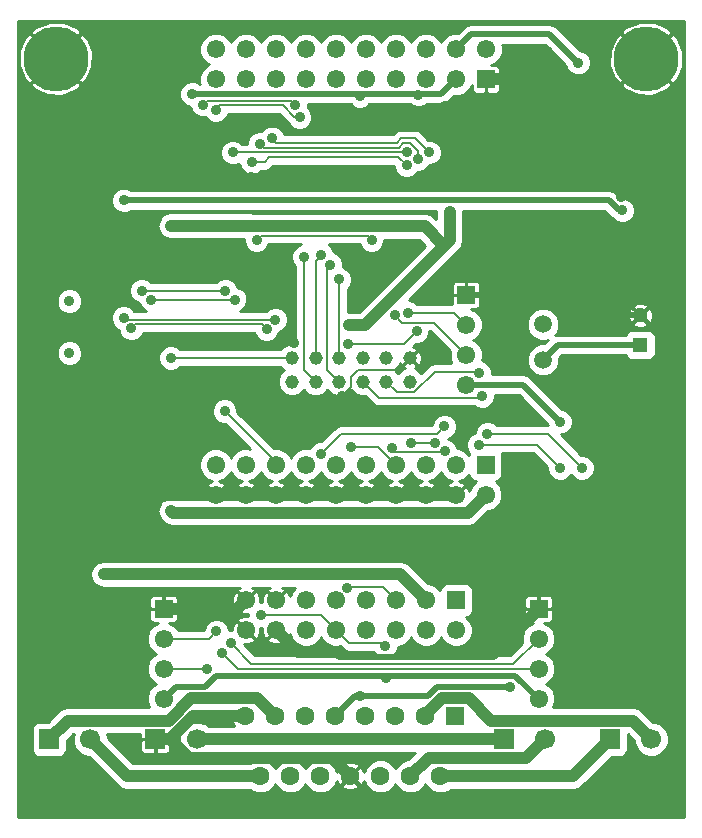
<source format=gbl>
G04 (created by PCBNEW-RS274X (2012-jan-04)-stable) date pon, 21 sty 2013, 21:13:22*
G01*
G70*
G90*
%MOIN*%
G04 Gerber Fmt 3.4, Leading zero omitted, Abs format*
%FSLAX34Y34*%
G04 APERTURE LIST*
%ADD10C,0.006000*%
%ADD11C,0.035400*%
%ADD12R,0.066900X0.066900*%
%ADD13C,0.066900*%
%ADD14C,0.045300*%
%ADD15C,0.059100*%
%ADD16R,0.061000X0.061000*%
%ADD17C,0.061000*%
%ADD18R,0.051200X0.051200*%
%ADD19C,0.051200*%
%ADD20R,0.063000X0.063000*%
%ADD21C,0.063000*%
%ADD22C,0.216500*%
%ADD23C,0.035000*%
%ADD24C,0.039400*%
%ADD25C,0.019700*%
%ADD26C,0.007900*%
%ADD27C,0.010000*%
G04 APERTURE END LIST*
G54D10*
G54D11*
X43760Y-67146D03*
X43760Y-68878D03*
G54D12*
X46628Y-81742D03*
G54D13*
X48005Y-81742D03*
G54D12*
X61785Y-81742D03*
G54D13*
X63162Y-81742D03*
G54D12*
X43084Y-81742D03*
G54D13*
X44461Y-81742D03*
G54D14*
X51181Y-69823D03*
X51969Y-69823D03*
X52756Y-69823D03*
X53544Y-69823D03*
X54331Y-69823D03*
X55119Y-69823D03*
X55119Y-69036D03*
X53543Y-69036D03*
X54331Y-69036D03*
X52756Y-69036D03*
X51969Y-69036D03*
X51181Y-69036D03*
G54D15*
X59547Y-67913D03*
X59547Y-69095D03*
G54D16*
X57638Y-72598D03*
G54D17*
X57638Y-73598D03*
X56638Y-72598D03*
X56638Y-73598D03*
X55638Y-72598D03*
X55638Y-73598D03*
X54638Y-72598D03*
X54638Y-73598D03*
X53638Y-72598D03*
X53638Y-73598D03*
X52638Y-72598D03*
X52638Y-73598D03*
X51638Y-72598D03*
X51638Y-73598D03*
X50638Y-72598D03*
X50638Y-73598D03*
X49638Y-72598D03*
X49638Y-73598D03*
X48638Y-72598D03*
X48638Y-73598D03*
G54D16*
X56654Y-77106D03*
G54D17*
X56654Y-78106D03*
X55654Y-77106D03*
X55654Y-78106D03*
X54654Y-77106D03*
X54654Y-78106D03*
X53654Y-77106D03*
X53654Y-78106D03*
X52654Y-77106D03*
X52654Y-78106D03*
X51654Y-77106D03*
X51654Y-78106D03*
X50654Y-77106D03*
X50654Y-78106D03*
X49654Y-77106D03*
X49654Y-78106D03*
G54D16*
X56988Y-66929D03*
G54D17*
X56988Y-67929D03*
X56988Y-68929D03*
X56988Y-69929D03*
G54D16*
X46900Y-77400D03*
G54D17*
X46900Y-78400D03*
X46900Y-79400D03*
X46900Y-80400D03*
G54D16*
X59400Y-77400D03*
G54D17*
X59400Y-78400D03*
X59400Y-79400D03*
X59400Y-80400D03*
G54D18*
X62795Y-68602D03*
G54D19*
X62795Y-67618D03*
G54D12*
X58242Y-81742D03*
G54D13*
X59619Y-81742D03*
G54D16*
X57650Y-59750D03*
G54D17*
X57650Y-58750D03*
X56650Y-59750D03*
X56650Y-58750D03*
X55650Y-59750D03*
X55650Y-58750D03*
X54650Y-59750D03*
X54650Y-58750D03*
X53650Y-59750D03*
X53650Y-58750D03*
X52650Y-59750D03*
X52650Y-58750D03*
X51650Y-59750D03*
X51650Y-58750D03*
X50650Y-59750D03*
X50650Y-58750D03*
X49650Y-59750D03*
X49650Y-58750D03*
X48650Y-59750D03*
X48650Y-58750D03*
G54D20*
X56624Y-80978D03*
G54D21*
X56124Y-82978D03*
X55624Y-80978D03*
X55124Y-82978D03*
X54624Y-80978D03*
X54124Y-82978D03*
X53624Y-80978D03*
X53124Y-82978D03*
X52624Y-80978D03*
X52124Y-82978D03*
X51624Y-80978D03*
X51124Y-82978D03*
X50624Y-80978D03*
X50124Y-82978D03*
X49624Y-80978D03*
G54D22*
X43307Y-59055D03*
X62992Y-59055D03*
G54D23*
X44902Y-76240D03*
X56260Y-65295D03*
X47146Y-74134D03*
X56437Y-64173D03*
X49803Y-64646D03*
X47146Y-64626D03*
X53091Y-67953D03*
X54311Y-79705D03*
X47146Y-69035D03*
X53445Y-60295D03*
X47854Y-60236D03*
X55394Y-60256D03*
X60118Y-71161D03*
X60709Y-59193D03*
X58465Y-80000D03*
X53445Y-80315D03*
X45591Y-63780D03*
X62185Y-64114D03*
X55748Y-62185D03*
X50512Y-61713D03*
X55374Y-62402D03*
X50118Y-61890D03*
X49843Y-62500D03*
X55000Y-62618D03*
X49213Y-62185D03*
X55000Y-62185D03*
X48642Y-60768D03*
X51437Y-61004D03*
X51280Y-60591D03*
X48209Y-60591D03*
X52461Y-65925D03*
X48366Y-79390D03*
X48661Y-78150D03*
X48839Y-78858D03*
X49134Y-78543D03*
X57421Y-69528D03*
X52756Y-66417D03*
X51575Y-65669D03*
X53031Y-76693D03*
X55138Y-71870D03*
X55945Y-71870D03*
X54508Y-72047D03*
X56280Y-72146D03*
X56260Y-71319D03*
X52146Y-72244D03*
X53839Y-65098D03*
X50000Y-65098D03*
X48937Y-70807D03*
X50148Y-77608D03*
X54291Y-78642D03*
X55039Y-67539D03*
X52165Y-65598D03*
X60118Y-72697D03*
X57402Y-71929D03*
X49272Y-67087D03*
X46496Y-67087D03*
X60846Y-72697D03*
X57697Y-71555D03*
X48957Y-66791D03*
X46181Y-66791D03*
X55335Y-68150D03*
X53051Y-68583D03*
X53150Y-72008D03*
X54606Y-67598D03*
X50630Y-67756D03*
X45571Y-67697D03*
X50335Y-68071D03*
X45827Y-68051D03*
X57520Y-70295D03*
X61024Y-83858D03*
X57087Y-83858D03*
X48327Y-70276D03*
X63976Y-83858D03*
X42520Y-83858D03*
X48228Y-65846D03*
X63780Y-71870D03*
X43386Y-70846D03*
X62913Y-72264D03*
X62165Y-63681D03*
X50787Y-70315D03*
X45039Y-70315D03*
X45276Y-83858D03*
X42520Y-71870D03*
X53169Y-60886D03*
X54016Y-63130D03*
X61063Y-67618D03*
X58091Y-66929D03*
X55472Y-78917D03*
X47736Y-58268D03*
X48327Y-68504D03*
X63780Y-73425D03*
X52559Y-78839D03*
X59646Y-73425D03*
X49213Y-83858D03*
X56476Y-62933D03*
X43386Y-71496D03*
X60236Y-59744D03*
X46161Y-73602D03*
X49803Y-63012D03*
X48209Y-61634D03*
X56299Y-60650D03*
X47146Y-61634D03*
X43996Y-73878D03*
X61063Y-65433D03*
X52835Y-62776D03*
X54941Y-65591D03*
X58091Y-61969D03*
X53307Y-65591D03*
X62303Y-69862D03*
X52835Y-70315D03*
X57598Y-64803D03*
X51260Y-68524D03*
G54D24*
X54788Y-76240D02*
X44902Y-76240D01*
X55654Y-77106D02*
X54788Y-76240D01*
X55124Y-82978D02*
X55740Y-82362D01*
X58999Y-82362D02*
X59619Y-81742D01*
X55740Y-82362D02*
X58999Y-82362D01*
X56260Y-65295D02*
X55611Y-64646D01*
X49783Y-64626D02*
X47146Y-64626D01*
X49803Y-64646D02*
X49783Y-64626D01*
X53602Y-67953D02*
X56260Y-65295D01*
X55611Y-64646D02*
X49803Y-64646D01*
X53091Y-67953D02*
X53602Y-67953D01*
X56437Y-65118D02*
X56437Y-64173D01*
X56260Y-65295D02*
X56437Y-65118D01*
X47146Y-74134D02*
X47205Y-74193D01*
X47205Y-74193D02*
X57043Y-74193D01*
X57043Y-74193D02*
X57638Y-73598D01*
G54D25*
X58620Y-79620D02*
X54396Y-79620D01*
X54396Y-79620D02*
X54311Y-79705D01*
X59400Y-80400D02*
X58620Y-79620D01*
X48271Y-79997D02*
X48648Y-79620D01*
X48648Y-79620D02*
X54226Y-79620D01*
X54226Y-79620D02*
X54311Y-79705D01*
X47303Y-79997D02*
X48271Y-79997D01*
X46900Y-80400D02*
X47303Y-79997D01*
G54D26*
X53445Y-60295D02*
X53445Y-60236D01*
X55394Y-60256D02*
X55394Y-60236D01*
G54D25*
X56650Y-59750D02*
X56164Y-60236D01*
G54D26*
X51181Y-69036D02*
X47147Y-69036D01*
G54D25*
X53445Y-60236D02*
X47854Y-60236D01*
X58886Y-69929D02*
X56988Y-69929D01*
X60118Y-71161D02*
X58886Y-69929D01*
G54D26*
X47147Y-69036D02*
X47146Y-69035D01*
G54D25*
X56164Y-60236D02*
X55394Y-60236D01*
X55394Y-60236D02*
X53445Y-60236D01*
X58740Y-58248D02*
X59763Y-58248D01*
X59980Y-58465D02*
X59980Y-58464D01*
X59763Y-58248D02*
X59980Y-58465D01*
X60709Y-59193D02*
X59980Y-58464D01*
X60040Y-68602D02*
X59547Y-69095D01*
X56025Y-79997D02*
X58462Y-79997D01*
X61733Y-63780D02*
X45591Y-63780D01*
X62795Y-68602D02*
X60040Y-68602D01*
X58462Y-79997D02*
X58465Y-80000D01*
X53445Y-80315D02*
X55707Y-80315D01*
X53287Y-80315D02*
X52624Y-80978D01*
X53445Y-80315D02*
X53287Y-80315D01*
X55707Y-80315D02*
X56025Y-79997D01*
X62067Y-64114D02*
X61733Y-63780D01*
X62067Y-64114D02*
X62185Y-64114D01*
X58740Y-58248D02*
X57152Y-58248D01*
X57152Y-58248D02*
X56650Y-58750D01*
G54D26*
X54678Y-61863D02*
X52165Y-61863D01*
X55272Y-61709D02*
X54832Y-61709D01*
X52165Y-61863D02*
X50662Y-61863D01*
X50662Y-61863D02*
X50512Y-61713D01*
X55748Y-62185D02*
X55272Y-61709D01*
X54832Y-61709D02*
X54678Y-61863D01*
X55118Y-61870D02*
X54898Y-61870D01*
X55374Y-62126D02*
X55118Y-61870D01*
X55374Y-62402D02*
X55374Y-62126D01*
X50252Y-62024D02*
X50118Y-61890D01*
X51201Y-62024D02*
X50669Y-62024D01*
X54898Y-61870D02*
X54744Y-62024D01*
X51988Y-62024D02*
X51201Y-62024D01*
X50669Y-62024D02*
X50252Y-62024D01*
X54744Y-62024D02*
X51988Y-62024D01*
X50276Y-62500D02*
X49843Y-62500D01*
X50430Y-62346D02*
X50276Y-62500D01*
X54728Y-62346D02*
X50430Y-62346D01*
X55000Y-62618D02*
X54728Y-62346D01*
X50748Y-62185D02*
X50630Y-62185D01*
X50630Y-62185D02*
X49213Y-62185D01*
X55000Y-62185D02*
X50748Y-62185D01*
X51260Y-61004D02*
X50873Y-60617D01*
X51437Y-61004D02*
X51260Y-61004D01*
X50873Y-60617D02*
X48793Y-60617D01*
X48793Y-60617D02*
X48642Y-60768D01*
X51280Y-60591D02*
X51145Y-60456D01*
X51145Y-60456D02*
X48344Y-60456D01*
X48344Y-60456D02*
X48209Y-60591D01*
X52363Y-66319D02*
X52362Y-66320D01*
X52363Y-66023D02*
X52363Y-66319D01*
X52362Y-66320D02*
X52362Y-69429D01*
X52362Y-69429D02*
X52756Y-69823D01*
X52461Y-65925D02*
X52363Y-66023D01*
X48356Y-79400D02*
X46900Y-79400D01*
X48366Y-79390D02*
X48356Y-79400D01*
X48661Y-78150D02*
X48411Y-78400D01*
X48411Y-78400D02*
X46900Y-78400D01*
X49381Y-79400D02*
X59400Y-79400D01*
X48839Y-78858D02*
X49381Y-79400D01*
X49134Y-78543D02*
X49830Y-79239D01*
X58561Y-79239D02*
X59400Y-78400D01*
X49830Y-79239D02*
X58561Y-79239D01*
X55256Y-70177D02*
X54685Y-70177D01*
X57381Y-69488D02*
X55945Y-69488D01*
X57421Y-69528D02*
X57381Y-69488D01*
X55945Y-69488D02*
X55256Y-70177D01*
X54685Y-70177D02*
X54331Y-69823D01*
X52756Y-69036D02*
X52756Y-66417D01*
X51575Y-66220D02*
X51575Y-65669D01*
X51575Y-69429D02*
X51969Y-69823D01*
X51575Y-66220D02*
X51575Y-69429D01*
X54221Y-76673D02*
X54654Y-77106D01*
X53031Y-76693D02*
X53051Y-76673D01*
X53051Y-76673D02*
X54221Y-76673D01*
X55945Y-71870D02*
X55138Y-71870D01*
X56280Y-72146D02*
X56261Y-72165D01*
X56261Y-72165D02*
X54626Y-72165D01*
X54626Y-72165D02*
X54508Y-72047D01*
X52815Y-71575D02*
X52146Y-72244D01*
X56260Y-71319D02*
X56004Y-71575D01*
X56004Y-71575D02*
X52815Y-71575D01*
X53705Y-64964D02*
X50134Y-64964D01*
X53839Y-65098D02*
X53705Y-64964D01*
X50638Y-72508D02*
X50638Y-72598D01*
X48937Y-70807D02*
X50638Y-72508D01*
X50134Y-64964D02*
X50000Y-65098D01*
X53091Y-78543D02*
X52654Y-78106D01*
X52156Y-77608D02*
X50148Y-77608D01*
X52654Y-78106D02*
X52156Y-77608D01*
X54291Y-78642D02*
X54192Y-78543D01*
X54192Y-78543D02*
X54291Y-78642D01*
X53091Y-78543D02*
X54192Y-78543D01*
X56598Y-67539D02*
X56988Y-67929D01*
X55335Y-67539D02*
X56598Y-67539D01*
X55335Y-67539D02*
X55039Y-67539D01*
X52165Y-65598D02*
X52165Y-65591D01*
X52165Y-65591D02*
X51969Y-65787D01*
X51969Y-65787D02*
X51969Y-69036D01*
X60118Y-72697D02*
X59350Y-71929D01*
X59350Y-71929D02*
X57402Y-71929D01*
X49272Y-67087D02*
X46496Y-67087D01*
X57697Y-71555D02*
X59704Y-71555D01*
X59704Y-71555D02*
X60846Y-72697D01*
X48957Y-66791D02*
X46181Y-66791D01*
X55335Y-68150D02*
X54902Y-68583D01*
X54902Y-68583D02*
X53051Y-68583D01*
X53150Y-72008D02*
X54048Y-72008D01*
X54048Y-72008D02*
X54638Y-72598D01*
X54048Y-72008D02*
X54638Y-72598D01*
X55118Y-67854D02*
X55913Y-67854D01*
X55913Y-67854D02*
X56988Y-68929D01*
X54862Y-67854D02*
X55118Y-67854D01*
X54606Y-67598D02*
X54862Y-67854D01*
X50236Y-67756D02*
X50233Y-67756D01*
X45630Y-67756D02*
X45571Y-67697D01*
X50236Y-67756D02*
X45630Y-67756D01*
X50630Y-67756D02*
X50236Y-67756D01*
X45827Y-68051D02*
X45961Y-67917D01*
X50181Y-67917D02*
X50335Y-68071D01*
X45961Y-67917D02*
X50181Y-67917D01*
X57520Y-70295D02*
X57461Y-70354D01*
X54075Y-70354D02*
X53544Y-69823D01*
X57461Y-70354D02*
X54075Y-70354D01*
G54D24*
X53124Y-82978D02*
X52528Y-82382D01*
X48327Y-70276D02*
X48327Y-70315D01*
X56638Y-73598D02*
X55638Y-73598D01*
X63780Y-71870D02*
X63780Y-73327D01*
X49213Y-83858D02*
X45276Y-83858D01*
X47756Y-82382D02*
X47116Y-81742D01*
X52528Y-82382D02*
X47756Y-82382D01*
X55638Y-73598D02*
X54638Y-73598D01*
X63780Y-73425D02*
X63976Y-73621D01*
X44272Y-73602D02*
X43996Y-73878D01*
G54D26*
X53386Y-69429D02*
X53150Y-69665D01*
G54D25*
X62913Y-72264D02*
X63386Y-72264D01*
G54D24*
X46161Y-73602D02*
X48634Y-73602D01*
G54D25*
X63386Y-72264D02*
X63780Y-71870D01*
G54D26*
X50787Y-70315D02*
X52835Y-70315D01*
G54D25*
X43996Y-72106D02*
X43386Y-71496D01*
G54D26*
X53150Y-69665D02*
X53150Y-70000D01*
X48327Y-70315D02*
X45039Y-70315D01*
G54D24*
X57883Y-78917D02*
X59400Y-77400D01*
G54D25*
X63780Y-71870D02*
X63780Y-71339D01*
X43012Y-71870D02*
X43386Y-71496D01*
X53662Y-62776D02*
X54016Y-63130D01*
X58091Y-66929D02*
X56988Y-66929D01*
G54D24*
X63780Y-73327D02*
X63780Y-73425D01*
X49360Y-77400D02*
X49654Y-77106D01*
G54D25*
X52559Y-78839D02*
X52739Y-79019D01*
G54D24*
X46900Y-77400D02*
X49360Y-77400D01*
G54D25*
X52739Y-79019D02*
X55370Y-79019D01*
X55370Y-79019D02*
X55472Y-78917D01*
X47146Y-58858D02*
X47736Y-58268D01*
G54D24*
X47884Y-80978D02*
X49624Y-80978D01*
G54D25*
X47146Y-61634D02*
X47146Y-58858D01*
G54D24*
X61024Y-83858D02*
X57087Y-83858D01*
X63976Y-73621D02*
X63976Y-83858D01*
X52559Y-78839D02*
X51387Y-78839D01*
X51387Y-78839D02*
X50654Y-78106D01*
X47120Y-81742D02*
X47884Y-80978D01*
X47116Y-81742D02*
X47120Y-81742D01*
X46628Y-81742D02*
X47116Y-81742D01*
X54638Y-73598D02*
X53638Y-73598D01*
G54D25*
X42520Y-71870D02*
X43012Y-71870D01*
G54D24*
X53638Y-73598D02*
X52638Y-73598D01*
X52638Y-73598D02*
X51638Y-73598D01*
X51638Y-73598D02*
X50638Y-73598D01*
X50638Y-73598D02*
X49638Y-73598D01*
X55472Y-78917D02*
X57883Y-78917D01*
X60230Y-59750D02*
X60236Y-59744D01*
X60230Y-59750D02*
X57650Y-59750D01*
G54D25*
X49803Y-63012D02*
X52599Y-63012D01*
X43996Y-73878D02*
X43996Y-72106D01*
X52835Y-62776D02*
X53662Y-62776D01*
G54D26*
X53307Y-65591D02*
X54941Y-65591D01*
G54D24*
X48634Y-73602D02*
X48638Y-73598D01*
X46161Y-73602D02*
X44272Y-73602D01*
G54D25*
X54016Y-63130D02*
X56279Y-63130D01*
X48209Y-61634D02*
X47146Y-61634D01*
G54D24*
X43386Y-71496D02*
X43386Y-70846D01*
G54D25*
X57127Y-62933D02*
X58091Y-61969D01*
X56476Y-62933D02*
X57127Y-62933D01*
G54D26*
X54726Y-69429D02*
X53386Y-69429D01*
X50787Y-70315D02*
X48327Y-70315D01*
G54D25*
X63780Y-71339D02*
X62303Y-69862D01*
X61063Y-67618D02*
X62795Y-67618D01*
X56279Y-63130D02*
X56476Y-62933D01*
X52599Y-63012D02*
X52835Y-62776D01*
G54D24*
X49638Y-73598D02*
X48638Y-73598D01*
G54D25*
X60433Y-64803D02*
X57598Y-64803D01*
G54D26*
X53150Y-70000D02*
X52835Y-70315D01*
X55119Y-69036D02*
X54726Y-69429D01*
G54D25*
X61063Y-65433D02*
X60433Y-64803D01*
G54D24*
X48005Y-81742D02*
X58242Y-81742D01*
X60549Y-82978D02*
X61785Y-81742D01*
X56124Y-82978D02*
X60549Y-82978D01*
X57067Y-80374D02*
X57815Y-81122D01*
X56181Y-80374D02*
X57067Y-80374D01*
X55624Y-80931D02*
X56181Y-80374D01*
X55624Y-80978D02*
X55624Y-80931D01*
X62542Y-81122D02*
X63162Y-81742D01*
X57815Y-81122D02*
X62542Y-81122D01*
X47815Y-80374D02*
X47067Y-81122D01*
X50020Y-80374D02*
X50624Y-80978D01*
X49606Y-80374D02*
X47815Y-80374D01*
X43084Y-81742D02*
X43704Y-81122D01*
X49606Y-80374D02*
X50020Y-80374D01*
X43704Y-81122D02*
X47067Y-81122D01*
X45697Y-82978D02*
X44461Y-81742D01*
X50124Y-82978D02*
X45697Y-82978D01*
G54D10*
G36*
X49637Y-80978D02*
X49624Y-80991D01*
X49611Y-80978D01*
X49624Y-80965D01*
X49637Y-80978D01*
X49637Y-80978D01*
G37*
G54D27*
X49637Y-80978D02*
X49624Y-80991D01*
X49611Y-80978D01*
X49624Y-80965D01*
X49637Y-80978D01*
G54D10*
G36*
X55628Y-65295D02*
X53417Y-67506D01*
X53091Y-67506D01*
X53045Y-67515D01*
X53045Y-66729D01*
X53116Y-66658D01*
X53181Y-66502D01*
X53181Y-66333D01*
X53117Y-66177D01*
X52997Y-66057D01*
X52886Y-66010D01*
X52886Y-65841D01*
X52822Y-65685D01*
X52702Y-65565D01*
X52590Y-65518D01*
X52590Y-65514D01*
X52526Y-65358D01*
X52421Y-65253D01*
X53443Y-65253D01*
X53478Y-65338D01*
X53598Y-65458D01*
X53754Y-65523D01*
X53923Y-65523D01*
X54079Y-65459D01*
X54199Y-65339D01*
X54264Y-65183D01*
X54264Y-65093D01*
X55426Y-65093D01*
X55628Y-65295D01*
X55628Y-65295D01*
G37*
G54D27*
X55628Y-65295D02*
X53417Y-67506D01*
X53091Y-67506D01*
X53045Y-67515D01*
X53045Y-66729D01*
X53116Y-66658D01*
X53181Y-66502D01*
X53181Y-66333D01*
X53117Y-66177D01*
X52997Y-66057D01*
X52886Y-66010D01*
X52886Y-65841D01*
X52822Y-65685D01*
X52702Y-65565D01*
X52590Y-65518D01*
X52590Y-65514D01*
X52526Y-65358D01*
X52421Y-65253D01*
X53443Y-65253D01*
X53478Y-65338D01*
X53598Y-65458D01*
X53754Y-65523D01*
X53923Y-65523D01*
X54079Y-65459D01*
X54199Y-65339D01*
X54264Y-65183D01*
X54264Y-65093D01*
X55426Y-65093D01*
X55628Y-65295D01*
G54D10*
G36*
X56499Y-69199D02*
X55945Y-69199D01*
X55834Y-69221D01*
X55740Y-69284D01*
X55506Y-69517D01*
X55506Y-68966D01*
X55449Y-68823D01*
X55442Y-68812D01*
X55374Y-68794D01*
X55132Y-69036D01*
X55374Y-69278D01*
X55442Y-69260D01*
X55504Y-69119D01*
X55506Y-68966D01*
X55506Y-69517D01*
X55496Y-69527D01*
X55389Y-69420D01*
X55294Y-69380D01*
X55332Y-69366D01*
X55343Y-69359D01*
X55361Y-69291D01*
X55119Y-69049D01*
X54877Y-69291D01*
X54895Y-69359D01*
X54943Y-69380D01*
X54850Y-69419D01*
X54725Y-69544D01*
X54610Y-69429D01*
X54734Y-69306D01*
X54773Y-69210D01*
X54789Y-69249D01*
X54796Y-69260D01*
X54864Y-69278D01*
X55071Y-69071D01*
X55106Y-69036D01*
X55119Y-69023D01*
X55154Y-68988D01*
X55361Y-68781D01*
X55343Y-68713D01*
X55229Y-68663D01*
X55318Y-68575D01*
X55419Y-68575D01*
X55575Y-68511D01*
X55695Y-68391D01*
X55760Y-68235D01*
X55760Y-68143D01*
X55793Y-68143D01*
X56444Y-68793D01*
X56434Y-68819D01*
X56434Y-69039D01*
X56499Y-69199D01*
X56499Y-69199D01*
G37*
G54D27*
X56499Y-69199D02*
X55945Y-69199D01*
X55834Y-69221D01*
X55740Y-69284D01*
X55506Y-69517D01*
X55506Y-68966D01*
X55449Y-68823D01*
X55442Y-68812D01*
X55374Y-68794D01*
X55132Y-69036D01*
X55374Y-69278D01*
X55442Y-69260D01*
X55504Y-69119D01*
X55506Y-68966D01*
X55506Y-69517D01*
X55496Y-69527D01*
X55389Y-69420D01*
X55294Y-69380D01*
X55332Y-69366D01*
X55343Y-69359D01*
X55361Y-69291D01*
X55119Y-69049D01*
X54877Y-69291D01*
X54895Y-69359D01*
X54943Y-69380D01*
X54850Y-69419D01*
X54725Y-69544D01*
X54610Y-69429D01*
X54734Y-69306D01*
X54773Y-69210D01*
X54789Y-69249D01*
X54796Y-69260D01*
X54864Y-69278D01*
X55071Y-69071D01*
X55106Y-69036D01*
X55119Y-69023D01*
X55154Y-68988D01*
X55361Y-68781D01*
X55343Y-68713D01*
X55229Y-68663D01*
X55318Y-68575D01*
X55419Y-68575D01*
X55575Y-68511D01*
X55695Y-68391D01*
X55760Y-68235D01*
X55760Y-68143D01*
X55793Y-68143D01*
X56444Y-68793D01*
X56434Y-68819D01*
X56434Y-69039D01*
X56499Y-69199D01*
G54D10*
G36*
X56633Y-80987D02*
X56615Y-80987D01*
X56615Y-80969D01*
X56633Y-80969D01*
X56633Y-80987D01*
X56633Y-80987D01*
G37*
G54D27*
X56633Y-80987D02*
X56615Y-80987D01*
X56615Y-80969D01*
X56633Y-80969D01*
X56633Y-80987D01*
G54D10*
G36*
X64242Y-84321D02*
X64224Y-84321D01*
X64224Y-58851D01*
X64052Y-58395D01*
X64007Y-58328D01*
X63852Y-58208D01*
X63839Y-58221D01*
X63839Y-58195D01*
X63719Y-58040D01*
X63275Y-57839D01*
X62788Y-57823D01*
X62332Y-57995D01*
X62265Y-58040D01*
X62145Y-58195D01*
X62992Y-59042D01*
X63839Y-58195D01*
X63839Y-58221D01*
X63005Y-59055D01*
X63852Y-59902D01*
X64007Y-59782D01*
X64208Y-59338D01*
X64224Y-58851D01*
X64224Y-84321D01*
X63839Y-84321D01*
X63839Y-59915D01*
X62992Y-59068D01*
X62979Y-59081D01*
X62979Y-59055D01*
X62132Y-58208D01*
X61977Y-58328D01*
X61776Y-58772D01*
X61760Y-59259D01*
X61932Y-59715D01*
X61977Y-59782D01*
X62132Y-59902D01*
X62979Y-59055D01*
X62979Y-59081D01*
X62145Y-59915D01*
X62265Y-60070D01*
X62709Y-60271D01*
X63196Y-60287D01*
X63652Y-60115D01*
X63719Y-60070D01*
X63839Y-59915D01*
X63839Y-84321D01*
X63746Y-84321D01*
X63746Y-81858D01*
X63746Y-81626D01*
X63657Y-81411D01*
X63493Y-81247D01*
X63300Y-81167D01*
X63300Y-68908D01*
X63300Y-68809D01*
X63300Y-68297D01*
X63262Y-68205D01*
X63211Y-68154D01*
X63211Y-67544D01*
X63151Y-67390D01*
X63142Y-67377D01*
X63071Y-67355D01*
X63058Y-67368D01*
X63058Y-67342D01*
X63036Y-67271D01*
X62886Y-67205D01*
X62721Y-67202D01*
X62610Y-67245D01*
X62610Y-64199D01*
X62610Y-64030D01*
X62546Y-63874D01*
X62426Y-63754D01*
X62270Y-63689D01*
X62134Y-63689D01*
X61979Y-63534D01*
X61867Y-63458D01*
X61733Y-63432D01*
X61134Y-63432D01*
X61134Y-59278D01*
X61134Y-59109D01*
X61070Y-58953D01*
X60950Y-58833D01*
X60794Y-58768D01*
X60776Y-58768D01*
X60226Y-58218D01*
X60222Y-58215D01*
X60009Y-58002D01*
X59897Y-57926D01*
X59763Y-57900D01*
X58740Y-57900D01*
X57152Y-57900D01*
X57019Y-57926D01*
X56906Y-58002D01*
X56905Y-58002D01*
X56905Y-58003D01*
X56712Y-58196D01*
X56540Y-58196D01*
X56336Y-58280D01*
X56180Y-58436D01*
X56150Y-58508D01*
X56120Y-58436D01*
X55964Y-58280D01*
X55760Y-58196D01*
X55540Y-58196D01*
X55336Y-58280D01*
X55180Y-58436D01*
X55150Y-58508D01*
X55120Y-58436D01*
X54964Y-58280D01*
X54760Y-58196D01*
X54540Y-58196D01*
X54336Y-58280D01*
X54180Y-58436D01*
X54150Y-58508D01*
X54120Y-58436D01*
X53964Y-58280D01*
X53760Y-58196D01*
X53540Y-58196D01*
X53336Y-58280D01*
X53180Y-58436D01*
X53150Y-58508D01*
X53120Y-58436D01*
X52964Y-58280D01*
X52760Y-58196D01*
X52540Y-58196D01*
X52336Y-58280D01*
X52180Y-58436D01*
X52150Y-58508D01*
X52120Y-58436D01*
X51964Y-58280D01*
X51760Y-58196D01*
X51540Y-58196D01*
X51336Y-58280D01*
X51180Y-58436D01*
X51150Y-58508D01*
X51120Y-58436D01*
X50964Y-58280D01*
X50760Y-58196D01*
X50540Y-58196D01*
X50336Y-58280D01*
X50180Y-58436D01*
X50150Y-58508D01*
X50120Y-58436D01*
X49964Y-58280D01*
X49760Y-58196D01*
X49540Y-58196D01*
X49336Y-58280D01*
X49180Y-58436D01*
X49150Y-58508D01*
X49120Y-58436D01*
X48964Y-58280D01*
X48760Y-58196D01*
X48540Y-58196D01*
X48336Y-58280D01*
X48180Y-58436D01*
X48096Y-58640D01*
X48096Y-58860D01*
X48180Y-59064D01*
X48336Y-59220D01*
X48408Y-59250D01*
X48336Y-59280D01*
X48180Y-59436D01*
X48096Y-59640D01*
X48096Y-59860D01*
X48107Y-59888D01*
X48095Y-59876D01*
X47939Y-59811D01*
X47770Y-59811D01*
X47614Y-59875D01*
X47494Y-59995D01*
X47429Y-60151D01*
X47429Y-60320D01*
X47493Y-60476D01*
X47613Y-60596D01*
X47769Y-60661D01*
X47784Y-60661D01*
X47784Y-60675D01*
X47848Y-60831D01*
X47968Y-60951D01*
X48124Y-61016D01*
X48289Y-61016D01*
X48401Y-61128D01*
X48557Y-61193D01*
X48726Y-61193D01*
X48882Y-61129D01*
X49002Y-61009D01*
X49044Y-60906D01*
X50753Y-60906D01*
X51055Y-61208D01*
X51056Y-61208D01*
X51063Y-61213D01*
X51076Y-61244D01*
X51196Y-61364D01*
X51352Y-61429D01*
X51521Y-61429D01*
X51677Y-61365D01*
X51797Y-61245D01*
X51862Y-61089D01*
X51862Y-60920D01*
X51798Y-60764D01*
X51705Y-60671D01*
X51705Y-60584D01*
X53133Y-60584D01*
X53204Y-60655D01*
X53360Y-60720D01*
X53529Y-60720D01*
X53685Y-60656D01*
X53757Y-60584D01*
X55121Y-60584D01*
X55153Y-60616D01*
X55309Y-60681D01*
X55478Y-60681D01*
X55634Y-60617D01*
X55667Y-60584D01*
X56164Y-60584D01*
X56297Y-60558D01*
X56298Y-60558D01*
X56410Y-60482D01*
X56588Y-60304D01*
X56760Y-60304D01*
X56964Y-60220D01*
X57120Y-60064D01*
X57177Y-59925D01*
X57177Y-60022D01*
X57177Y-60089D01*
X57203Y-60150D01*
X57250Y-60198D01*
X57312Y-60223D01*
X57599Y-60223D01*
X57641Y-60181D01*
X57641Y-59809D01*
X57641Y-59759D01*
X57641Y-59741D01*
X57659Y-59741D01*
X57709Y-59741D01*
X58081Y-59741D01*
X58123Y-59699D01*
X58123Y-59478D01*
X58123Y-59411D01*
X58097Y-59350D01*
X58050Y-59302D01*
X57988Y-59277D01*
X57825Y-59277D01*
X57964Y-59220D01*
X58120Y-59064D01*
X58204Y-58860D01*
X58204Y-58640D01*
X58185Y-58596D01*
X58740Y-58596D01*
X59619Y-58596D01*
X59733Y-58710D01*
X59734Y-58711D01*
X59736Y-58712D01*
X59737Y-58713D01*
X60284Y-59260D01*
X60284Y-59277D01*
X60348Y-59433D01*
X60468Y-59553D01*
X60624Y-59618D01*
X60793Y-59618D01*
X60949Y-59554D01*
X61069Y-59434D01*
X61134Y-59278D01*
X61134Y-63432D01*
X58123Y-63432D01*
X58123Y-60089D01*
X58123Y-60022D01*
X58123Y-59801D01*
X58081Y-59759D01*
X57659Y-59759D01*
X57659Y-60181D01*
X57701Y-60223D01*
X57988Y-60223D01*
X58050Y-60198D01*
X58097Y-60150D01*
X58123Y-60089D01*
X58123Y-63432D01*
X56173Y-63432D01*
X56173Y-62270D01*
X56173Y-62101D01*
X56109Y-61945D01*
X55989Y-61825D01*
X55833Y-61760D01*
X55731Y-61760D01*
X55476Y-61505D01*
X55383Y-61442D01*
X55272Y-61420D01*
X54832Y-61420D01*
X54721Y-61442D01*
X54627Y-61505D01*
X54558Y-61574D01*
X52165Y-61574D01*
X50914Y-61574D01*
X50873Y-61473D01*
X50753Y-61353D01*
X50597Y-61288D01*
X50428Y-61288D01*
X50272Y-61352D01*
X50159Y-61465D01*
X50034Y-61465D01*
X49878Y-61529D01*
X49758Y-61649D01*
X49693Y-61805D01*
X49693Y-61896D01*
X49525Y-61896D01*
X49454Y-61825D01*
X49298Y-61760D01*
X49129Y-61760D01*
X48973Y-61824D01*
X48853Y-61944D01*
X48788Y-62100D01*
X48788Y-62269D01*
X48852Y-62425D01*
X48972Y-62545D01*
X49128Y-62610D01*
X49297Y-62610D01*
X49418Y-62560D01*
X49418Y-62584D01*
X49482Y-62740D01*
X49602Y-62860D01*
X49758Y-62925D01*
X49927Y-62925D01*
X50083Y-62861D01*
X50155Y-62789D01*
X50276Y-62789D01*
X50276Y-62788D01*
X50386Y-62767D01*
X50387Y-62767D01*
X50480Y-62704D01*
X50549Y-62635D01*
X54575Y-62635D01*
X54575Y-62702D01*
X54639Y-62858D01*
X54759Y-62978D01*
X54915Y-63043D01*
X55084Y-63043D01*
X55240Y-62979D01*
X55360Y-62859D01*
X55373Y-62827D01*
X55458Y-62827D01*
X55614Y-62763D01*
X55734Y-62643D01*
X55747Y-62610D01*
X55832Y-62610D01*
X55988Y-62546D01*
X56108Y-62426D01*
X56173Y-62270D01*
X56173Y-63432D01*
X45844Y-63432D01*
X45832Y-63420D01*
X45676Y-63355D01*
X45507Y-63355D01*
X45351Y-63419D01*
X45231Y-63539D01*
X45166Y-63695D01*
X45166Y-63864D01*
X45230Y-64020D01*
X45350Y-64140D01*
X45506Y-64205D01*
X45675Y-64205D01*
X45831Y-64141D01*
X45844Y-64128D01*
X55998Y-64128D01*
X55990Y-64173D01*
X55990Y-64393D01*
X55927Y-64330D01*
X55782Y-64233D01*
X55611Y-64199D01*
X49883Y-64199D01*
X49783Y-64179D01*
X47146Y-64179D01*
X46975Y-64213D01*
X46830Y-64310D01*
X46733Y-64455D01*
X46699Y-64626D01*
X46733Y-64797D01*
X46830Y-64942D01*
X46975Y-65039D01*
X47146Y-65073D01*
X49575Y-65073D01*
X49575Y-65182D01*
X49639Y-65338D01*
X49759Y-65458D01*
X49915Y-65523D01*
X50084Y-65523D01*
X50240Y-65459D01*
X50360Y-65339D01*
X50395Y-65253D01*
X51469Y-65253D01*
X51335Y-65308D01*
X51215Y-65428D01*
X51150Y-65584D01*
X51150Y-65753D01*
X51214Y-65909D01*
X51286Y-65981D01*
X51286Y-66220D01*
X51286Y-68564D01*
X51276Y-68560D01*
X51087Y-68560D01*
X51055Y-68573D01*
X51055Y-67841D01*
X51055Y-67672D01*
X50991Y-67516D01*
X50871Y-67396D01*
X50715Y-67331D01*
X50546Y-67331D01*
X50390Y-67395D01*
X50318Y-67467D01*
X50236Y-67467D01*
X50233Y-67467D01*
X49465Y-67467D01*
X49512Y-67448D01*
X49632Y-67328D01*
X49697Y-67172D01*
X49697Y-67003D01*
X49633Y-66847D01*
X49513Y-66727D01*
X49364Y-66665D01*
X49318Y-66551D01*
X49198Y-66431D01*
X49042Y-66366D01*
X48873Y-66366D01*
X48717Y-66430D01*
X48645Y-66502D01*
X46493Y-66502D01*
X46422Y-66431D01*
X46266Y-66366D01*
X46097Y-66366D01*
X45941Y-66430D01*
X45821Y-66550D01*
X45756Y-66706D01*
X45756Y-66875D01*
X45820Y-67031D01*
X45940Y-67151D01*
X46088Y-67212D01*
X46135Y-67327D01*
X46255Y-67447D01*
X46303Y-67467D01*
X45936Y-67467D01*
X45932Y-67457D01*
X45812Y-67337D01*
X45656Y-67272D01*
X45487Y-67272D01*
X45331Y-67336D01*
X45211Y-67456D01*
X45146Y-67612D01*
X45146Y-67781D01*
X45210Y-67937D01*
X45330Y-68057D01*
X45402Y-68087D01*
X45402Y-68135D01*
X45466Y-68291D01*
X45586Y-68411D01*
X45742Y-68476D01*
X45911Y-68476D01*
X46067Y-68412D01*
X46187Y-68292D01*
X46222Y-68206D01*
X49930Y-68206D01*
X49974Y-68311D01*
X50094Y-68431D01*
X50250Y-68496D01*
X50419Y-68496D01*
X50575Y-68432D01*
X50695Y-68312D01*
X50756Y-68163D01*
X50870Y-68117D01*
X50990Y-67997D01*
X51055Y-67841D01*
X51055Y-68573D01*
X50912Y-68632D01*
X50797Y-68747D01*
X47459Y-68747D01*
X47387Y-68675D01*
X47231Y-68610D01*
X47062Y-68610D01*
X46906Y-68674D01*
X46786Y-68794D01*
X46721Y-68950D01*
X46721Y-69119D01*
X46785Y-69275D01*
X46905Y-69395D01*
X47061Y-69460D01*
X47230Y-69460D01*
X47386Y-69396D01*
X47457Y-69325D01*
X50797Y-69325D01*
X50901Y-69429D01*
X50778Y-69553D01*
X50705Y-69728D01*
X50705Y-69917D01*
X50777Y-70092D01*
X50911Y-70226D01*
X51086Y-70299D01*
X51275Y-70299D01*
X51450Y-70227D01*
X51575Y-70102D01*
X51699Y-70226D01*
X51874Y-70299D01*
X52063Y-70299D01*
X52238Y-70227D01*
X52362Y-70102D01*
X52486Y-70226D01*
X52661Y-70299D01*
X52850Y-70299D01*
X53025Y-70227D01*
X53150Y-70102D01*
X53274Y-70226D01*
X53449Y-70299D01*
X53611Y-70299D01*
X53870Y-70558D01*
X53871Y-70558D01*
X53964Y-70621D01*
X54074Y-70642D01*
X54075Y-70643D01*
X57267Y-70643D01*
X57279Y-70655D01*
X57435Y-70720D01*
X57604Y-70720D01*
X57760Y-70656D01*
X57880Y-70536D01*
X57945Y-70380D01*
X57945Y-70277D01*
X58742Y-70277D01*
X59693Y-71228D01*
X59693Y-71245D01*
X59701Y-71266D01*
X58009Y-71266D01*
X57938Y-71195D01*
X57782Y-71130D01*
X57613Y-71130D01*
X57457Y-71194D01*
X57337Y-71314D01*
X57272Y-71470D01*
X57272Y-71522D01*
X57162Y-71568D01*
X57042Y-71688D01*
X56977Y-71844D01*
X56977Y-72013D01*
X57041Y-72169D01*
X57093Y-72221D01*
X57084Y-72243D01*
X57084Y-72260D01*
X56952Y-72128D01*
X56748Y-72044D01*
X56697Y-72044D01*
X56641Y-71906D01*
X56521Y-71786D01*
X56382Y-71728D01*
X56500Y-71680D01*
X56620Y-71560D01*
X56685Y-71404D01*
X56685Y-71235D01*
X56621Y-71079D01*
X56501Y-70959D01*
X56345Y-70894D01*
X56176Y-70894D01*
X56020Y-70958D01*
X55900Y-71078D01*
X55835Y-71234D01*
X55835Y-71286D01*
X52815Y-71286D01*
X52704Y-71308D01*
X52611Y-71371D01*
X52163Y-71819D01*
X52062Y-71819D01*
X51906Y-71883D01*
X51786Y-72003D01*
X51765Y-72051D01*
X51748Y-72044D01*
X51528Y-72044D01*
X51324Y-72128D01*
X51168Y-72284D01*
X51138Y-72356D01*
X51108Y-72284D01*
X50952Y-72128D01*
X50748Y-72044D01*
X50582Y-72044D01*
X49362Y-70823D01*
X49362Y-70723D01*
X49298Y-70567D01*
X49178Y-70447D01*
X49022Y-70382D01*
X48853Y-70382D01*
X48697Y-70446D01*
X48577Y-70566D01*
X48512Y-70722D01*
X48512Y-70891D01*
X48576Y-71047D01*
X48696Y-71167D01*
X48852Y-71232D01*
X48953Y-71232D01*
X49777Y-72056D01*
X49748Y-72044D01*
X49528Y-72044D01*
X49324Y-72128D01*
X49168Y-72284D01*
X49138Y-72356D01*
X49108Y-72284D01*
X48952Y-72128D01*
X48748Y-72044D01*
X48528Y-72044D01*
X48324Y-72128D01*
X48168Y-72284D01*
X48084Y-72488D01*
X48084Y-72708D01*
X48168Y-72912D01*
X48324Y-73068D01*
X48517Y-73147D01*
X48383Y-73200D01*
X48368Y-73211D01*
X48340Y-73288D01*
X48638Y-73585D01*
X48936Y-73288D01*
X48908Y-73211D01*
X48762Y-73146D01*
X48952Y-73068D01*
X49108Y-72912D01*
X49138Y-72839D01*
X49168Y-72912D01*
X49324Y-73068D01*
X49517Y-73147D01*
X49383Y-73200D01*
X49368Y-73211D01*
X49340Y-73288D01*
X49638Y-73585D01*
X49936Y-73288D01*
X49908Y-73211D01*
X49762Y-73146D01*
X49952Y-73068D01*
X50108Y-72912D01*
X50138Y-72839D01*
X50168Y-72912D01*
X50324Y-73068D01*
X50517Y-73147D01*
X50383Y-73200D01*
X50368Y-73211D01*
X50340Y-73288D01*
X50638Y-73585D01*
X50936Y-73288D01*
X50908Y-73211D01*
X50762Y-73146D01*
X50952Y-73068D01*
X51108Y-72912D01*
X51138Y-72839D01*
X51168Y-72912D01*
X51324Y-73068D01*
X51517Y-73147D01*
X51383Y-73200D01*
X51368Y-73211D01*
X51340Y-73288D01*
X51638Y-73585D01*
X51936Y-73288D01*
X51908Y-73211D01*
X51762Y-73146D01*
X51952Y-73068D01*
X52108Y-72912D01*
X52138Y-72839D01*
X52168Y-72912D01*
X52324Y-73068D01*
X52517Y-73147D01*
X52383Y-73200D01*
X52368Y-73211D01*
X52340Y-73288D01*
X52638Y-73585D01*
X52936Y-73288D01*
X52908Y-73211D01*
X52762Y-73146D01*
X52952Y-73068D01*
X53108Y-72912D01*
X53138Y-72839D01*
X53168Y-72912D01*
X53324Y-73068D01*
X53517Y-73147D01*
X53383Y-73200D01*
X53368Y-73211D01*
X53340Y-73288D01*
X53638Y-73585D01*
X53936Y-73288D01*
X53908Y-73211D01*
X53762Y-73146D01*
X53952Y-73068D01*
X54108Y-72912D01*
X54138Y-72839D01*
X54168Y-72912D01*
X54324Y-73068D01*
X54517Y-73147D01*
X54383Y-73200D01*
X54368Y-73211D01*
X54340Y-73288D01*
X54638Y-73585D01*
X54936Y-73288D01*
X54908Y-73211D01*
X54762Y-73146D01*
X54952Y-73068D01*
X55108Y-72912D01*
X55138Y-72839D01*
X55168Y-72912D01*
X55324Y-73068D01*
X55517Y-73147D01*
X55383Y-73200D01*
X55368Y-73211D01*
X55340Y-73288D01*
X55638Y-73585D01*
X55936Y-73288D01*
X55908Y-73211D01*
X55762Y-73146D01*
X55952Y-73068D01*
X56108Y-72912D01*
X56138Y-72839D01*
X56168Y-72912D01*
X56324Y-73068D01*
X56517Y-73147D01*
X56383Y-73200D01*
X56368Y-73211D01*
X56340Y-73288D01*
X56638Y-73585D01*
X56936Y-73288D01*
X56908Y-73211D01*
X56762Y-73146D01*
X56952Y-73068D01*
X57084Y-72936D01*
X57084Y-72952D01*
X57122Y-73044D01*
X57192Y-73114D01*
X57283Y-73152D01*
X57300Y-73152D01*
X57168Y-73284D01*
X57088Y-73477D01*
X57036Y-73343D01*
X57025Y-73328D01*
X56948Y-73300D01*
X56651Y-73598D01*
X56638Y-73611D01*
X56625Y-73598D01*
X56590Y-73563D01*
X56328Y-73300D01*
X56251Y-73328D01*
X56176Y-73497D01*
X56173Y-73681D01*
X56198Y-73746D01*
X56079Y-73746D01*
X56100Y-73699D01*
X56103Y-73515D01*
X56036Y-73343D01*
X56025Y-73328D01*
X55948Y-73300D01*
X55651Y-73598D01*
X55638Y-73611D01*
X55625Y-73598D01*
X55590Y-73563D01*
X55328Y-73300D01*
X55251Y-73328D01*
X55176Y-73497D01*
X55173Y-73681D01*
X55198Y-73746D01*
X55079Y-73746D01*
X55100Y-73699D01*
X55103Y-73515D01*
X55036Y-73343D01*
X55025Y-73328D01*
X54948Y-73300D01*
X54651Y-73598D01*
X54638Y-73611D01*
X54625Y-73598D01*
X54590Y-73563D01*
X54328Y-73300D01*
X54251Y-73328D01*
X54176Y-73497D01*
X54173Y-73681D01*
X54198Y-73746D01*
X54079Y-73746D01*
X54100Y-73699D01*
X54103Y-73515D01*
X54036Y-73343D01*
X54025Y-73328D01*
X53948Y-73300D01*
X53651Y-73598D01*
X53638Y-73611D01*
X53625Y-73598D01*
X53590Y-73563D01*
X53328Y-73300D01*
X53251Y-73328D01*
X53176Y-73497D01*
X53173Y-73681D01*
X53198Y-73746D01*
X53079Y-73746D01*
X53100Y-73699D01*
X53103Y-73515D01*
X53036Y-73343D01*
X53025Y-73328D01*
X52948Y-73300D01*
X52651Y-73598D01*
X52638Y-73611D01*
X52625Y-73598D01*
X52590Y-73563D01*
X52328Y-73300D01*
X52251Y-73328D01*
X52176Y-73497D01*
X52173Y-73681D01*
X52198Y-73746D01*
X52079Y-73746D01*
X52100Y-73699D01*
X52103Y-73515D01*
X52036Y-73343D01*
X52025Y-73328D01*
X51948Y-73300D01*
X51651Y-73598D01*
X51638Y-73611D01*
X51625Y-73598D01*
X51590Y-73563D01*
X51328Y-73300D01*
X51251Y-73328D01*
X51176Y-73497D01*
X51173Y-73681D01*
X51198Y-73746D01*
X51079Y-73746D01*
X51100Y-73699D01*
X51103Y-73515D01*
X51036Y-73343D01*
X51025Y-73328D01*
X50948Y-73300D01*
X50651Y-73598D01*
X50638Y-73611D01*
X50625Y-73598D01*
X50590Y-73563D01*
X50328Y-73300D01*
X50251Y-73328D01*
X50176Y-73497D01*
X50173Y-73681D01*
X50198Y-73746D01*
X50079Y-73746D01*
X50100Y-73699D01*
X50103Y-73515D01*
X50036Y-73343D01*
X50025Y-73328D01*
X49948Y-73300D01*
X49651Y-73598D01*
X49638Y-73611D01*
X49625Y-73598D01*
X49590Y-73563D01*
X49328Y-73300D01*
X49251Y-73328D01*
X49176Y-73497D01*
X49173Y-73681D01*
X49198Y-73746D01*
X49079Y-73746D01*
X49100Y-73699D01*
X49103Y-73515D01*
X49036Y-73343D01*
X49025Y-73328D01*
X48948Y-73300D01*
X48651Y-73598D01*
X48638Y-73611D01*
X48625Y-73598D01*
X48590Y-73563D01*
X48328Y-73300D01*
X48251Y-73328D01*
X48176Y-73497D01*
X48173Y-73681D01*
X48198Y-73746D01*
X47354Y-73746D01*
X47317Y-73721D01*
X47146Y-73687D01*
X46975Y-73721D01*
X46830Y-73818D01*
X46733Y-73963D01*
X46699Y-74134D01*
X46733Y-74305D01*
X46830Y-74450D01*
X46889Y-74509D01*
X47034Y-74606D01*
X47205Y-74640D01*
X57043Y-74640D01*
X57214Y-74606D01*
X57359Y-74509D01*
X57716Y-74152D01*
X57748Y-74152D01*
X57952Y-74068D01*
X58108Y-73912D01*
X58192Y-73708D01*
X58192Y-73488D01*
X58108Y-73284D01*
X57976Y-73152D01*
X57992Y-73152D01*
X58084Y-73114D01*
X58154Y-73044D01*
X58192Y-72953D01*
X58192Y-72854D01*
X58192Y-72244D01*
X58181Y-72218D01*
X59231Y-72218D01*
X59693Y-72680D01*
X59693Y-72781D01*
X59757Y-72937D01*
X59877Y-73057D01*
X60033Y-73122D01*
X60202Y-73122D01*
X60358Y-73058D01*
X60478Y-72938D01*
X60481Y-72929D01*
X60485Y-72937D01*
X60605Y-73057D01*
X60761Y-73122D01*
X60930Y-73122D01*
X61086Y-73058D01*
X61206Y-72938D01*
X61271Y-72782D01*
X61271Y-72613D01*
X61207Y-72457D01*
X61087Y-72337D01*
X60931Y-72272D01*
X60829Y-72272D01*
X60143Y-71586D01*
X60202Y-71586D01*
X60358Y-71522D01*
X60478Y-71402D01*
X60543Y-71246D01*
X60543Y-71077D01*
X60479Y-70921D01*
X60359Y-70801D01*
X60203Y-70736D01*
X60185Y-70736D01*
X59132Y-69683D01*
X59020Y-69607D01*
X58886Y-69581D01*
X57846Y-69581D01*
X57846Y-69444D01*
X57782Y-69288D01*
X57662Y-69168D01*
X57514Y-69106D01*
X57542Y-69039D01*
X57542Y-68819D01*
X57458Y-68615D01*
X57302Y-68459D01*
X57229Y-68429D01*
X57302Y-68399D01*
X57458Y-68243D01*
X57542Y-68039D01*
X57542Y-67819D01*
X57458Y-67615D01*
X57302Y-67459D01*
X57163Y-67402D01*
X57260Y-67402D01*
X57327Y-67402D01*
X57388Y-67376D01*
X57436Y-67329D01*
X57461Y-67267D01*
X57461Y-66980D01*
X57461Y-66878D01*
X57461Y-66591D01*
X57436Y-66529D01*
X57388Y-66482D01*
X57327Y-66456D01*
X57260Y-66456D01*
X57039Y-66456D01*
X56997Y-66498D01*
X56997Y-66920D01*
X57419Y-66920D01*
X57461Y-66878D01*
X57461Y-66980D01*
X57419Y-66938D01*
X57047Y-66938D01*
X56997Y-66938D01*
X56979Y-66938D01*
X56979Y-66920D01*
X56979Y-66498D01*
X56937Y-66456D01*
X56716Y-66456D01*
X56649Y-66456D01*
X56588Y-66482D01*
X56540Y-66529D01*
X56515Y-66591D01*
X56515Y-66878D01*
X56557Y-66920D01*
X56979Y-66920D01*
X56979Y-66938D01*
X56929Y-66938D01*
X56557Y-66938D01*
X56515Y-66980D01*
X56515Y-67250D01*
X55351Y-67250D01*
X55280Y-67179D01*
X55124Y-67114D01*
X55073Y-67114D01*
X56575Y-65612D01*
X56575Y-65611D01*
X56576Y-65611D01*
X56753Y-65434D01*
X56850Y-65289D01*
X56884Y-65118D01*
X56884Y-64173D01*
X56875Y-64128D01*
X61589Y-64128D01*
X61821Y-64360D01*
X61848Y-64378D01*
X61944Y-64474D01*
X62100Y-64539D01*
X62269Y-64539D01*
X62425Y-64475D01*
X62545Y-64355D01*
X62610Y-64199D01*
X62610Y-67245D01*
X62567Y-67262D01*
X62554Y-67271D01*
X62532Y-67342D01*
X62795Y-67605D01*
X63058Y-67342D01*
X63058Y-67368D01*
X62808Y-67618D01*
X63071Y-67881D01*
X63142Y-67859D01*
X63208Y-67709D01*
X63211Y-67544D01*
X63211Y-68154D01*
X63192Y-68135D01*
X63101Y-68097D01*
X63058Y-68097D01*
X63058Y-67894D01*
X62795Y-67631D01*
X62782Y-67644D01*
X62782Y-67618D01*
X62519Y-67355D01*
X62448Y-67377D01*
X62382Y-67527D01*
X62379Y-67692D01*
X62439Y-67846D01*
X62448Y-67859D01*
X62519Y-67881D01*
X62782Y-67618D01*
X62782Y-67644D01*
X62532Y-67894D01*
X62554Y-67965D01*
X62704Y-68031D01*
X62869Y-68034D01*
X63023Y-67974D01*
X63036Y-67965D01*
X63058Y-67894D01*
X63058Y-68097D01*
X63002Y-68097D01*
X62490Y-68097D01*
X62398Y-68135D01*
X62328Y-68205D01*
X62307Y-68254D01*
X60040Y-68254D01*
X59959Y-68269D01*
X60008Y-68221D01*
X60091Y-68021D01*
X60091Y-67805D01*
X60008Y-67605D01*
X59855Y-67452D01*
X59655Y-67369D01*
X59439Y-67369D01*
X59239Y-67452D01*
X59086Y-67605D01*
X59003Y-67805D01*
X59003Y-68021D01*
X59086Y-68221D01*
X59239Y-68374D01*
X59439Y-68457D01*
X59655Y-68457D01*
X59719Y-68430D01*
X59599Y-68551D01*
X59439Y-68551D01*
X59239Y-68634D01*
X59086Y-68787D01*
X59003Y-68987D01*
X59003Y-69203D01*
X59086Y-69403D01*
X59239Y-69556D01*
X59439Y-69639D01*
X59655Y-69639D01*
X59855Y-69556D01*
X60008Y-69403D01*
X60091Y-69203D01*
X60091Y-69043D01*
X60184Y-68950D01*
X62307Y-68950D01*
X62328Y-68999D01*
X62398Y-69069D01*
X62489Y-69107D01*
X62588Y-69107D01*
X63100Y-69107D01*
X63192Y-69069D01*
X63262Y-68999D01*
X63300Y-68908D01*
X63300Y-81167D01*
X63278Y-81158D01*
X63210Y-81158D01*
X62858Y-80806D01*
X62713Y-80709D01*
X62542Y-80675D01*
X59886Y-80675D01*
X59954Y-80510D01*
X59954Y-80290D01*
X59870Y-80086D01*
X59714Y-79930D01*
X59641Y-79900D01*
X59714Y-79870D01*
X59870Y-79714D01*
X59954Y-79510D01*
X59954Y-79290D01*
X59870Y-79086D01*
X59714Y-78930D01*
X59641Y-78900D01*
X59714Y-78870D01*
X59870Y-78714D01*
X59954Y-78510D01*
X59954Y-78290D01*
X59870Y-78086D01*
X59714Y-77930D01*
X59575Y-77873D01*
X59672Y-77873D01*
X59739Y-77873D01*
X59800Y-77847D01*
X59848Y-77800D01*
X59873Y-77738D01*
X59873Y-77451D01*
X59873Y-77349D01*
X59873Y-77062D01*
X59848Y-77000D01*
X59800Y-76953D01*
X59739Y-76927D01*
X59672Y-76927D01*
X59451Y-76927D01*
X59409Y-76969D01*
X59409Y-77391D01*
X59831Y-77391D01*
X59873Y-77349D01*
X59873Y-77451D01*
X59831Y-77409D01*
X59459Y-77409D01*
X59409Y-77409D01*
X59391Y-77409D01*
X59391Y-77391D01*
X59391Y-76969D01*
X59349Y-76927D01*
X59128Y-76927D01*
X59061Y-76927D01*
X59000Y-76953D01*
X58952Y-77000D01*
X58927Y-77062D01*
X58927Y-77349D01*
X58969Y-77391D01*
X59391Y-77391D01*
X59391Y-77409D01*
X59341Y-77409D01*
X58969Y-77409D01*
X58927Y-77451D01*
X58927Y-77738D01*
X58952Y-77800D01*
X59000Y-77847D01*
X59061Y-77873D01*
X59128Y-77873D01*
X59224Y-77873D01*
X59086Y-77930D01*
X58930Y-78086D01*
X58846Y-78290D01*
X58846Y-78510D01*
X58856Y-78535D01*
X58441Y-78950D01*
X54584Y-78950D01*
X54651Y-78883D01*
X54716Y-78727D01*
X54716Y-78660D01*
X54764Y-78660D01*
X54968Y-78576D01*
X55124Y-78420D01*
X55154Y-78347D01*
X55184Y-78420D01*
X55340Y-78576D01*
X55544Y-78660D01*
X55764Y-78660D01*
X55968Y-78576D01*
X56124Y-78420D01*
X56154Y-78347D01*
X56184Y-78420D01*
X56340Y-78576D01*
X56544Y-78660D01*
X56764Y-78660D01*
X56968Y-78576D01*
X57124Y-78420D01*
X57208Y-78216D01*
X57208Y-77996D01*
X57124Y-77792D01*
X56992Y-77660D01*
X57008Y-77660D01*
X57100Y-77622D01*
X57170Y-77552D01*
X57208Y-77461D01*
X57208Y-77362D01*
X57208Y-76752D01*
X57170Y-76660D01*
X57100Y-76590D01*
X57009Y-76552D01*
X56910Y-76552D01*
X56300Y-76552D01*
X56208Y-76590D01*
X56138Y-76660D01*
X56100Y-76751D01*
X56100Y-76768D01*
X55968Y-76636D01*
X55764Y-76552D01*
X55732Y-76552D01*
X55104Y-75924D01*
X54959Y-75827D01*
X54788Y-75793D01*
X44902Y-75793D01*
X44731Y-75827D01*
X44586Y-75924D01*
X44539Y-75994D01*
X44539Y-58851D01*
X44367Y-58395D01*
X44322Y-58328D01*
X44167Y-58208D01*
X44154Y-58221D01*
X44154Y-58195D01*
X44034Y-58040D01*
X43590Y-57839D01*
X43103Y-57823D01*
X42647Y-57995D01*
X42580Y-58040D01*
X42460Y-58195D01*
X43307Y-59042D01*
X44154Y-58195D01*
X44154Y-58221D01*
X43320Y-59055D01*
X44167Y-59902D01*
X44322Y-59782D01*
X44523Y-59338D01*
X44539Y-58851D01*
X44539Y-75994D01*
X44489Y-76069D01*
X44455Y-76240D01*
X44489Y-76411D01*
X44586Y-76556D01*
X44731Y-76653D01*
X44902Y-76687D01*
X49452Y-76687D01*
X49399Y-76708D01*
X49384Y-76719D01*
X49356Y-76796D01*
X49654Y-77093D01*
X49952Y-76796D01*
X49924Y-76719D01*
X49851Y-76687D01*
X50452Y-76687D01*
X50399Y-76708D01*
X50384Y-76719D01*
X50356Y-76796D01*
X50654Y-77093D01*
X50952Y-76796D01*
X50924Y-76719D01*
X50851Y-76687D01*
X51289Y-76687D01*
X51184Y-76792D01*
X51104Y-76985D01*
X51052Y-76851D01*
X51041Y-76836D01*
X50964Y-76808D01*
X50667Y-77106D01*
X50654Y-77119D01*
X50641Y-77106D01*
X50606Y-77071D01*
X50344Y-76808D01*
X50267Y-76836D01*
X50192Y-77005D01*
X50189Y-77183D01*
X50116Y-77183D01*
X50119Y-77023D01*
X50052Y-76851D01*
X50041Y-76836D01*
X49964Y-76808D01*
X49667Y-77106D01*
X49654Y-77119D01*
X49641Y-77131D01*
X49641Y-77106D01*
X49344Y-76808D01*
X49267Y-76836D01*
X49192Y-77005D01*
X49189Y-77189D01*
X49256Y-77361D01*
X49267Y-77376D01*
X49344Y-77404D01*
X49641Y-77106D01*
X49641Y-77131D01*
X49356Y-77416D01*
X49384Y-77493D01*
X49553Y-77568D01*
X49723Y-77570D01*
X49723Y-77643D01*
X49571Y-77641D01*
X49399Y-77708D01*
X49384Y-77719D01*
X49356Y-77796D01*
X49619Y-78058D01*
X49654Y-78093D01*
X49667Y-78106D01*
X49702Y-78141D01*
X49964Y-78404D01*
X50041Y-78376D01*
X50116Y-78207D01*
X50118Y-78033D01*
X50191Y-78033D01*
X50189Y-78189D01*
X50256Y-78361D01*
X50267Y-78376D01*
X50344Y-78404D01*
X50606Y-78141D01*
X50641Y-78106D01*
X50654Y-78093D01*
X50667Y-78106D01*
X50702Y-78141D01*
X50964Y-78404D01*
X51041Y-78376D01*
X51105Y-78230D01*
X51184Y-78420D01*
X51340Y-78576D01*
X51544Y-78660D01*
X51764Y-78660D01*
X51968Y-78576D01*
X52124Y-78420D01*
X52154Y-78347D01*
X52184Y-78420D01*
X52340Y-78576D01*
X52544Y-78660D01*
X52764Y-78660D01*
X52789Y-78649D01*
X52887Y-78747D01*
X52980Y-78810D01*
X52981Y-78810D01*
X53091Y-78832D01*
X53909Y-78832D01*
X53930Y-78882D01*
X53998Y-78950D01*
X50952Y-78950D01*
X50952Y-78416D01*
X50654Y-78119D01*
X50356Y-78416D01*
X50384Y-78493D01*
X50553Y-78568D01*
X50737Y-78571D01*
X50909Y-78504D01*
X50924Y-78493D01*
X50952Y-78416D01*
X50952Y-78950D01*
X49949Y-78950D01*
X49567Y-78568D01*
X49737Y-78571D01*
X49909Y-78504D01*
X49924Y-78493D01*
X49952Y-78416D01*
X49689Y-78154D01*
X49654Y-78119D01*
X49641Y-78106D01*
X49606Y-78071D01*
X49344Y-77808D01*
X49267Y-77836D01*
X49192Y-78005D01*
X49190Y-78118D01*
X49086Y-78118D01*
X49086Y-78066D01*
X49022Y-77910D01*
X48902Y-77790D01*
X48746Y-77725D01*
X48577Y-77725D01*
X48421Y-77789D01*
X48301Y-77909D01*
X48236Y-78065D01*
X48236Y-78111D01*
X47380Y-78111D01*
X47370Y-78086D01*
X47214Y-77930D01*
X47075Y-77873D01*
X47172Y-77873D01*
X47239Y-77873D01*
X47300Y-77847D01*
X47348Y-77800D01*
X47373Y-77738D01*
X47373Y-77451D01*
X47373Y-77349D01*
X47373Y-77062D01*
X47348Y-77000D01*
X47300Y-76953D01*
X47239Y-76927D01*
X47172Y-76927D01*
X46951Y-76927D01*
X46909Y-76969D01*
X46909Y-77391D01*
X47331Y-77391D01*
X47373Y-77349D01*
X47373Y-77451D01*
X47331Y-77409D01*
X46959Y-77409D01*
X46909Y-77409D01*
X46891Y-77409D01*
X46891Y-77391D01*
X46891Y-76969D01*
X46849Y-76927D01*
X46628Y-76927D01*
X46561Y-76927D01*
X46500Y-76953D01*
X46452Y-77000D01*
X46427Y-77062D01*
X46427Y-77349D01*
X46469Y-77391D01*
X46891Y-77391D01*
X46891Y-77409D01*
X46841Y-77409D01*
X46469Y-77409D01*
X46427Y-77451D01*
X46427Y-77738D01*
X46452Y-77800D01*
X46500Y-77847D01*
X46561Y-77873D01*
X46628Y-77873D01*
X46724Y-77873D01*
X46586Y-77930D01*
X46430Y-78086D01*
X46346Y-78290D01*
X46346Y-78510D01*
X46430Y-78714D01*
X46586Y-78870D01*
X46658Y-78900D01*
X46586Y-78930D01*
X46430Y-79086D01*
X46346Y-79290D01*
X46346Y-79510D01*
X46430Y-79714D01*
X46586Y-79870D01*
X46658Y-79900D01*
X46586Y-79930D01*
X46430Y-80086D01*
X46346Y-80290D01*
X46346Y-80510D01*
X46413Y-80675D01*
X44187Y-80675D01*
X44187Y-68964D01*
X44187Y-68794D01*
X44187Y-67232D01*
X44187Y-67062D01*
X44154Y-66982D01*
X44154Y-59915D01*
X43307Y-59068D01*
X43294Y-59081D01*
X43294Y-59055D01*
X42447Y-58208D01*
X42292Y-58328D01*
X42091Y-58772D01*
X42075Y-59259D01*
X42247Y-59715D01*
X42292Y-59782D01*
X42447Y-59902D01*
X43294Y-59055D01*
X43294Y-59081D01*
X42460Y-59915D01*
X42580Y-60070D01*
X43024Y-60271D01*
X43511Y-60287D01*
X43967Y-60115D01*
X44034Y-60070D01*
X44154Y-59915D01*
X44154Y-66982D01*
X44122Y-66905D01*
X44003Y-66785D01*
X43846Y-66719D01*
X43676Y-66719D01*
X43519Y-66784D01*
X43399Y-66903D01*
X43333Y-67060D01*
X43333Y-67230D01*
X43398Y-67387D01*
X43517Y-67507D01*
X43674Y-67573D01*
X43844Y-67573D01*
X44001Y-67508D01*
X44121Y-67389D01*
X44187Y-67232D01*
X44187Y-68794D01*
X44122Y-68637D01*
X44003Y-68517D01*
X43846Y-68451D01*
X43676Y-68451D01*
X43519Y-68516D01*
X43399Y-68635D01*
X43333Y-68792D01*
X43333Y-68962D01*
X43398Y-69119D01*
X43517Y-69239D01*
X43674Y-69305D01*
X43844Y-69305D01*
X44001Y-69240D01*
X44121Y-69121D01*
X44187Y-68964D01*
X44187Y-80675D01*
X43704Y-80675D01*
X43533Y-80709D01*
X43484Y-80741D01*
X43387Y-80806D01*
X43034Y-81159D01*
X42701Y-81159D01*
X42609Y-81197D01*
X42539Y-81267D01*
X42501Y-81358D01*
X42501Y-81457D01*
X42501Y-82125D01*
X42539Y-82217D01*
X42609Y-82287D01*
X42700Y-82325D01*
X42799Y-82325D01*
X43467Y-82325D01*
X43559Y-82287D01*
X43629Y-82217D01*
X43667Y-82126D01*
X43667Y-82027D01*
X43667Y-81791D01*
X43889Y-81569D01*
X43900Y-81569D01*
X43877Y-81626D01*
X43877Y-81858D01*
X43966Y-82073D01*
X44130Y-82237D01*
X44345Y-82326D01*
X44413Y-82326D01*
X45380Y-83293D01*
X45381Y-83294D01*
X45525Y-83390D01*
X45526Y-83391D01*
X45696Y-83424D01*
X45697Y-83425D01*
X49772Y-83425D01*
X49804Y-83457D01*
X50011Y-83543D01*
X50236Y-83543D01*
X50444Y-83457D01*
X50603Y-83298D01*
X50624Y-83247D01*
X50645Y-83298D01*
X50804Y-83457D01*
X51011Y-83543D01*
X51236Y-83543D01*
X51444Y-83457D01*
X51603Y-83298D01*
X51624Y-83247D01*
X51645Y-83298D01*
X51804Y-83457D01*
X52011Y-83543D01*
X52236Y-83543D01*
X52444Y-83457D01*
X52603Y-83298D01*
X52674Y-83126D01*
X52717Y-83237D01*
X52729Y-83254D01*
X52807Y-83283D01*
X53111Y-82978D01*
X52807Y-82673D01*
X52729Y-82702D01*
X52673Y-82827D01*
X52603Y-82658D01*
X52444Y-82499D01*
X52237Y-82413D01*
X52012Y-82413D01*
X51804Y-82499D01*
X51645Y-82658D01*
X51623Y-82708D01*
X51603Y-82658D01*
X51444Y-82499D01*
X51237Y-82413D01*
X51012Y-82413D01*
X50804Y-82499D01*
X50645Y-82658D01*
X50623Y-82708D01*
X50603Y-82658D01*
X50444Y-82499D01*
X50237Y-82413D01*
X50012Y-82413D01*
X49804Y-82499D01*
X49772Y-82531D01*
X47130Y-82531D01*
X47130Y-82110D01*
X47130Y-82043D01*
X47130Y-81793D01*
X47088Y-81751D01*
X46637Y-81751D01*
X46637Y-82202D01*
X46679Y-82244D01*
X46995Y-82244D01*
X47057Y-82219D01*
X47104Y-82171D01*
X47130Y-82110D01*
X47130Y-82531D01*
X46619Y-82531D01*
X46619Y-82202D01*
X46619Y-81751D01*
X46168Y-81751D01*
X46126Y-81793D01*
X46126Y-82043D01*
X46126Y-82110D01*
X46152Y-82171D01*
X46199Y-82219D01*
X46261Y-82244D01*
X46577Y-82244D01*
X46619Y-82202D01*
X46619Y-82531D01*
X45882Y-82531D01*
X45045Y-81694D01*
X45045Y-81626D01*
X45021Y-81569D01*
X46126Y-81569D01*
X46126Y-81691D01*
X46168Y-81733D01*
X46569Y-81733D01*
X46619Y-81733D01*
X46637Y-81733D01*
X46687Y-81733D01*
X47088Y-81733D01*
X47130Y-81691D01*
X47130Y-81556D01*
X47238Y-81535D01*
X47383Y-81438D01*
X48000Y-80821D01*
X49176Y-80821D01*
X49153Y-80873D01*
X49149Y-81061D01*
X49217Y-81237D01*
X49229Y-81254D01*
X49254Y-81263D01*
X49235Y-81283D01*
X49247Y-81295D01*
X48384Y-81295D01*
X48336Y-81247D01*
X48121Y-81158D01*
X47889Y-81158D01*
X47674Y-81247D01*
X47510Y-81411D01*
X47421Y-81626D01*
X47421Y-81858D01*
X47510Y-82073D01*
X47674Y-82237D01*
X47889Y-82326D01*
X48121Y-82326D01*
X48336Y-82237D01*
X48384Y-82189D01*
X55281Y-82189D01*
X55057Y-82413D01*
X55012Y-82413D01*
X54804Y-82499D01*
X54645Y-82658D01*
X54623Y-82708D01*
X54603Y-82658D01*
X54444Y-82499D01*
X54237Y-82413D01*
X54012Y-82413D01*
X53804Y-82499D01*
X53645Y-82658D01*
X53573Y-82829D01*
X53531Y-82719D01*
X53519Y-82702D01*
X53441Y-82673D01*
X53429Y-82685D01*
X53429Y-82661D01*
X53400Y-82583D01*
X53229Y-82507D01*
X53041Y-82503D01*
X52865Y-82571D01*
X52848Y-82583D01*
X52819Y-82661D01*
X53124Y-82965D01*
X53429Y-82661D01*
X53429Y-82685D01*
X53137Y-82978D01*
X53441Y-83283D01*
X53519Y-83254D01*
X53574Y-83128D01*
X53645Y-83298D01*
X53804Y-83457D01*
X54011Y-83543D01*
X54236Y-83543D01*
X54444Y-83457D01*
X54603Y-83298D01*
X54624Y-83247D01*
X54645Y-83298D01*
X54804Y-83457D01*
X55011Y-83543D01*
X55236Y-83543D01*
X55444Y-83457D01*
X55603Y-83298D01*
X55624Y-83247D01*
X55645Y-83298D01*
X55804Y-83457D01*
X56011Y-83543D01*
X56236Y-83543D01*
X56444Y-83457D01*
X56476Y-83425D01*
X60549Y-83425D01*
X60720Y-83391D01*
X60865Y-83294D01*
X61834Y-82325D01*
X62168Y-82325D01*
X62260Y-82287D01*
X62330Y-82217D01*
X62368Y-82126D01*
X62368Y-82027D01*
X62368Y-81580D01*
X62578Y-81790D01*
X62578Y-81858D01*
X62667Y-82073D01*
X62831Y-82237D01*
X63046Y-82326D01*
X63278Y-82326D01*
X63493Y-82237D01*
X63657Y-82073D01*
X63746Y-81858D01*
X63746Y-84321D01*
X53429Y-84321D01*
X53429Y-83295D01*
X53124Y-82991D01*
X52819Y-83295D01*
X52848Y-83373D01*
X53019Y-83449D01*
X53207Y-83453D01*
X53383Y-83385D01*
X53400Y-83373D01*
X53429Y-83295D01*
X53429Y-84321D01*
X42057Y-84321D01*
X42057Y-57805D01*
X64242Y-57805D01*
X64242Y-84321D01*
X64242Y-84321D01*
G37*
G54D27*
X64242Y-84321D02*
X64224Y-84321D01*
X64224Y-58851D01*
X64052Y-58395D01*
X64007Y-58328D01*
X63852Y-58208D01*
X63839Y-58221D01*
X63839Y-58195D01*
X63719Y-58040D01*
X63275Y-57839D01*
X62788Y-57823D01*
X62332Y-57995D01*
X62265Y-58040D01*
X62145Y-58195D01*
X62992Y-59042D01*
X63839Y-58195D01*
X63839Y-58221D01*
X63005Y-59055D01*
X63852Y-59902D01*
X64007Y-59782D01*
X64208Y-59338D01*
X64224Y-58851D01*
X64224Y-84321D01*
X63839Y-84321D01*
X63839Y-59915D01*
X62992Y-59068D01*
X62979Y-59081D01*
X62979Y-59055D01*
X62132Y-58208D01*
X61977Y-58328D01*
X61776Y-58772D01*
X61760Y-59259D01*
X61932Y-59715D01*
X61977Y-59782D01*
X62132Y-59902D01*
X62979Y-59055D01*
X62979Y-59081D01*
X62145Y-59915D01*
X62265Y-60070D01*
X62709Y-60271D01*
X63196Y-60287D01*
X63652Y-60115D01*
X63719Y-60070D01*
X63839Y-59915D01*
X63839Y-84321D01*
X63746Y-84321D01*
X63746Y-81858D01*
X63746Y-81626D01*
X63657Y-81411D01*
X63493Y-81247D01*
X63300Y-81167D01*
X63300Y-68908D01*
X63300Y-68809D01*
X63300Y-68297D01*
X63262Y-68205D01*
X63211Y-68154D01*
X63211Y-67544D01*
X63151Y-67390D01*
X63142Y-67377D01*
X63071Y-67355D01*
X63058Y-67368D01*
X63058Y-67342D01*
X63036Y-67271D01*
X62886Y-67205D01*
X62721Y-67202D01*
X62610Y-67245D01*
X62610Y-64199D01*
X62610Y-64030D01*
X62546Y-63874D01*
X62426Y-63754D01*
X62270Y-63689D01*
X62134Y-63689D01*
X61979Y-63534D01*
X61867Y-63458D01*
X61733Y-63432D01*
X61134Y-63432D01*
X61134Y-59278D01*
X61134Y-59109D01*
X61070Y-58953D01*
X60950Y-58833D01*
X60794Y-58768D01*
X60776Y-58768D01*
X60226Y-58218D01*
X60222Y-58215D01*
X60009Y-58002D01*
X59897Y-57926D01*
X59763Y-57900D01*
X58740Y-57900D01*
X57152Y-57900D01*
X57019Y-57926D01*
X56906Y-58002D01*
X56905Y-58002D01*
X56905Y-58003D01*
X56712Y-58196D01*
X56540Y-58196D01*
X56336Y-58280D01*
X56180Y-58436D01*
X56150Y-58508D01*
X56120Y-58436D01*
X55964Y-58280D01*
X55760Y-58196D01*
X55540Y-58196D01*
X55336Y-58280D01*
X55180Y-58436D01*
X55150Y-58508D01*
X55120Y-58436D01*
X54964Y-58280D01*
X54760Y-58196D01*
X54540Y-58196D01*
X54336Y-58280D01*
X54180Y-58436D01*
X54150Y-58508D01*
X54120Y-58436D01*
X53964Y-58280D01*
X53760Y-58196D01*
X53540Y-58196D01*
X53336Y-58280D01*
X53180Y-58436D01*
X53150Y-58508D01*
X53120Y-58436D01*
X52964Y-58280D01*
X52760Y-58196D01*
X52540Y-58196D01*
X52336Y-58280D01*
X52180Y-58436D01*
X52150Y-58508D01*
X52120Y-58436D01*
X51964Y-58280D01*
X51760Y-58196D01*
X51540Y-58196D01*
X51336Y-58280D01*
X51180Y-58436D01*
X51150Y-58508D01*
X51120Y-58436D01*
X50964Y-58280D01*
X50760Y-58196D01*
X50540Y-58196D01*
X50336Y-58280D01*
X50180Y-58436D01*
X50150Y-58508D01*
X50120Y-58436D01*
X49964Y-58280D01*
X49760Y-58196D01*
X49540Y-58196D01*
X49336Y-58280D01*
X49180Y-58436D01*
X49150Y-58508D01*
X49120Y-58436D01*
X48964Y-58280D01*
X48760Y-58196D01*
X48540Y-58196D01*
X48336Y-58280D01*
X48180Y-58436D01*
X48096Y-58640D01*
X48096Y-58860D01*
X48180Y-59064D01*
X48336Y-59220D01*
X48408Y-59250D01*
X48336Y-59280D01*
X48180Y-59436D01*
X48096Y-59640D01*
X48096Y-59860D01*
X48107Y-59888D01*
X48095Y-59876D01*
X47939Y-59811D01*
X47770Y-59811D01*
X47614Y-59875D01*
X47494Y-59995D01*
X47429Y-60151D01*
X47429Y-60320D01*
X47493Y-60476D01*
X47613Y-60596D01*
X47769Y-60661D01*
X47784Y-60661D01*
X47784Y-60675D01*
X47848Y-60831D01*
X47968Y-60951D01*
X48124Y-61016D01*
X48289Y-61016D01*
X48401Y-61128D01*
X48557Y-61193D01*
X48726Y-61193D01*
X48882Y-61129D01*
X49002Y-61009D01*
X49044Y-60906D01*
X50753Y-60906D01*
X51055Y-61208D01*
X51056Y-61208D01*
X51063Y-61213D01*
X51076Y-61244D01*
X51196Y-61364D01*
X51352Y-61429D01*
X51521Y-61429D01*
X51677Y-61365D01*
X51797Y-61245D01*
X51862Y-61089D01*
X51862Y-60920D01*
X51798Y-60764D01*
X51705Y-60671D01*
X51705Y-60584D01*
X53133Y-60584D01*
X53204Y-60655D01*
X53360Y-60720D01*
X53529Y-60720D01*
X53685Y-60656D01*
X53757Y-60584D01*
X55121Y-60584D01*
X55153Y-60616D01*
X55309Y-60681D01*
X55478Y-60681D01*
X55634Y-60617D01*
X55667Y-60584D01*
X56164Y-60584D01*
X56297Y-60558D01*
X56298Y-60558D01*
X56410Y-60482D01*
X56588Y-60304D01*
X56760Y-60304D01*
X56964Y-60220D01*
X57120Y-60064D01*
X57177Y-59925D01*
X57177Y-60022D01*
X57177Y-60089D01*
X57203Y-60150D01*
X57250Y-60198D01*
X57312Y-60223D01*
X57599Y-60223D01*
X57641Y-60181D01*
X57641Y-59809D01*
X57641Y-59759D01*
X57641Y-59741D01*
X57659Y-59741D01*
X57709Y-59741D01*
X58081Y-59741D01*
X58123Y-59699D01*
X58123Y-59478D01*
X58123Y-59411D01*
X58097Y-59350D01*
X58050Y-59302D01*
X57988Y-59277D01*
X57825Y-59277D01*
X57964Y-59220D01*
X58120Y-59064D01*
X58204Y-58860D01*
X58204Y-58640D01*
X58185Y-58596D01*
X58740Y-58596D01*
X59619Y-58596D01*
X59733Y-58710D01*
X59734Y-58711D01*
X59736Y-58712D01*
X59737Y-58713D01*
X60284Y-59260D01*
X60284Y-59277D01*
X60348Y-59433D01*
X60468Y-59553D01*
X60624Y-59618D01*
X60793Y-59618D01*
X60949Y-59554D01*
X61069Y-59434D01*
X61134Y-59278D01*
X61134Y-63432D01*
X58123Y-63432D01*
X58123Y-60089D01*
X58123Y-60022D01*
X58123Y-59801D01*
X58081Y-59759D01*
X57659Y-59759D01*
X57659Y-60181D01*
X57701Y-60223D01*
X57988Y-60223D01*
X58050Y-60198D01*
X58097Y-60150D01*
X58123Y-60089D01*
X58123Y-63432D01*
X56173Y-63432D01*
X56173Y-62270D01*
X56173Y-62101D01*
X56109Y-61945D01*
X55989Y-61825D01*
X55833Y-61760D01*
X55731Y-61760D01*
X55476Y-61505D01*
X55383Y-61442D01*
X55272Y-61420D01*
X54832Y-61420D01*
X54721Y-61442D01*
X54627Y-61505D01*
X54558Y-61574D01*
X52165Y-61574D01*
X50914Y-61574D01*
X50873Y-61473D01*
X50753Y-61353D01*
X50597Y-61288D01*
X50428Y-61288D01*
X50272Y-61352D01*
X50159Y-61465D01*
X50034Y-61465D01*
X49878Y-61529D01*
X49758Y-61649D01*
X49693Y-61805D01*
X49693Y-61896D01*
X49525Y-61896D01*
X49454Y-61825D01*
X49298Y-61760D01*
X49129Y-61760D01*
X48973Y-61824D01*
X48853Y-61944D01*
X48788Y-62100D01*
X48788Y-62269D01*
X48852Y-62425D01*
X48972Y-62545D01*
X49128Y-62610D01*
X49297Y-62610D01*
X49418Y-62560D01*
X49418Y-62584D01*
X49482Y-62740D01*
X49602Y-62860D01*
X49758Y-62925D01*
X49927Y-62925D01*
X50083Y-62861D01*
X50155Y-62789D01*
X50276Y-62789D01*
X50276Y-62788D01*
X50386Y-62767D01*
X50387Y-62767D01*
X50480Y-62704D01*
X50549Y-62635D01*
X54575Y-62635D01*
X54575Y-62702D01*
X54639Y-62858D01*
X54759Y-62978D01*
X54915Y-63043D01*
X55084Y-63043D01*
X55240Y-62979D01*
X55360Y-62859D01*
X55373Y-62827D01*
X55458Y-62827D01*
X55614Y-62763D01*
X55734Y-62643D01*
X55747Y-62610D01*
X55832Y-62610D01*
X55988Y-62546D01*
X56108Y-62426D01*
X56173Y-62270D01*
X56173Y-63432D01*
X45844Y-63432D01*
X45832Y-63420D01*
X45676Y-63355D01*
X45507Y-63355D01*
X45351Y-63419D01*
X45231Y-63539D01*
X45166Y-63695D01*
X45166Y-63864D01*
X45230Y-64020D01*
X45350Y-64140D01*
X45506Y-64205D01*
X45675Y-64205D01*
X45831Y-64141D01*
X45844Y-64128D01*
X55998Y-64128D01*
X55990Y-64173D01*
X55990Y-64393D01*
X55927Y-64330D01*
X55782Y-64233D01*
X55611Y-64199D01*
X49883Y-64199D01*
X49783Y-64179D01*
X47146Y-64179D01*
X46975Y-64213D01*
X46830Y-64310D01*
X46733Y-64455D01*
X46699Y-64626D01*
X46733Y-64797D01*
X46830Y-64942D01*
X46975Y-65039D01*
X47146Y-65073D01*
X49575Y-65073D01*
X49575Y-65182D01*
X49639Y-65338D01*
X49759Y-65458D01*
X49915Y-65523D01*
X50084Y-65523D01*
X50240Y-65459D01*
X50360Y-65339D01*
X50395Y-65253D01*
X51469Y-65253D01*
X51335Y-65308D01*
X51215Y-65428D01*
X51150Y-65584D01*
X51150Y-65753D01*
X51214Y-65909D01*
X51286Y-65981D01*
X51286Y-66220D01*
X51286Y-68564D01*
X51276Y-68560D01*
X51087Y-68560D01*
X51055Y-68573D01*
X51055Y-67841D01*
X51055Y-67672D01*
X50991Y-67516D01*
X50871Y-67396D01*
X50715Y-67331D01*
X50546Y-67331D01*
X50390Y-67395D01*
X50318Y-67467D01*
X50236Y-67467D01*
X50233Y-67467D01*
X49465Y-67467D01*
X49512Y-67448D01*
X49632Y-67328D01*
X49697Y-67172D01*
X49697Y-67003D01*
X49633Y-66847D01*
X49513Y-66727D01*
X49364Y-66665D01*
X49318Y-66551D01*
X49198Y-66431D01*
X49042Y-66366D01*
X48873Y-66366D01*
X48717Y-66430D01*
X48645Y-66502D01*
X46493Y-66502D01*
X46422Y-66431D01*
X46266Y-66366D01*
X46097Y-66366D01*
X45941Y-66430D01*
X45821Y-66550D01*
X45756Y-66706D01*
X45756Y-66875D01*
X45820Y-67031D01*
X45940Y-67151D01*
X46088Y-67212D01*
X46135Y-67327D01*
X46255Y-67447D01*
X46303Y-67467D01*
X45936Y-67467D01*
X45932Y-67457D01*
X45812Y-67337D01*
X45656Y-67272D01*
X45487Y-67272D01*
X45331Y-67336D01*
X45211Y-67456D01*
X45146Y-67612D01*
X45146Y-67781D01*
X45210Y-67937D01*
X45330Y-68057D01*
X45402Y-68087D01*
X45402Y-68135D01*
X45466Y-68291D01*
X45586Y-68411D01*
X45742Y-68476D01*
X45911Y-68476D01*
X46067Y-68412D01*
X46187Y-68292D01*
X46222Y-68206D01*
X49930Y-68206D01*
X49974Y-68311D01*
X50094Y-68431D01*
X50250Y-68496D01*
X50419Y-68496D01*
X50575Y-68432D01*
X50695Y-68312D01*
X50756Y-68163D01*
X50870Y-68117D01*
X50990Y-67997D01*
X51055Y-67841D01*
X51055Y-68573D01*
X50912Y-68632D01*
X50797Y-68747D01*
X47459Y-68747D01*
X47387Y-68675D01*
X47231Y-68610D01*
X47062Y-68610D01*
X46906Y-68674D01*
X46786Y-68794D01*
X46721Y-68950D01*
X46721Y-69119D01*
X46785Y-69275D01*
X46905Y-69395D01*
X47061Y-69460D01*
X47230Y-69460D01*
X47386Y-69396D01*
X47457Y-69325D01*
X50797Y-69325D01*
X50901Y-69429D01*
X50778Y-69553D01*
X50705Y-69728D01*
X50705Y-69917D01*
X50777Y-70092D01*
X50911Y-70226D01*
X51086Y-70299D01*
X51275Y-70299D01*
X51450Y-70227D01*
X51575Y-70102D01*
X51699Y-70226D01*
X51874Y-70299D01*
X52063Y-70299D01*
X52238Y-70227D01*
X52362Y-70102D01*
X52486Y-70226D01*
X52661Y-70299D01*
X52850Y-70299D01*
X53025Y-70227D01*
X53150Y-70102D01*
X53274Y-70226D01*
X53449Y-70299D01*
X53611Y-70299D01*
X53870Y-70558D01*
X53871Y-70558D01*
X53964Y-70621D01*
X54074Y-70642D01*
X54075Y-70643D01*
X57267Y-70643D01*
X57279Y-70655D01*
X57435Y-70720D01*
X57604Y-70720D01*
X57760Y-70656D01*
X57880Y-70536D01*
X57945Y-70380D01*
X57945Y-70277D01*
X58742Y-70277D01*
X59693Y-71228D01*
X59693Y-71245D01*
X59701Y-71266D01*
X58009Y-71266D01*
X57938Y-71195D01*
X57782Y-71130D01*
X57613Y-71130D01*
X57457Y-71194D01*
X57337Y-71314D01*
X57272Y-71470D01*
X57272Y-71522D01*
X57162Y-71568D01*
X57042Y-71688D01*
X56977Y-71844D01*
X56977Y-72013D01*
X57041Y-72169D01*
X57093Y-72221D01*
X57084Y-72243D01*
X57084Y-72260D01*
X56952Y-72128D01*
X56748Y-72044D01*
X56697Y-72044D01*
X56641Y-71906D01*
X56521Y-71786D01*
X56382Y-71728D01*
X56500Y-71680D01*
X56620Y-71560D01*
X56685Y-71404D01*
X56685Y-71235D01*
X56621Y-71079D01*
X56501Y-70959D01*
X56345Y-70894D01*
X56176Y-70894D01*
X56020Y-70958D01*
X55900Y-71078D01*
X55835Y-71234D01*
X55835Y-71286D01*
X52815Y-71286D01*
X52704Y-71308D01*
X52611Y-71371D01*
X52163Y-71819D01*
X52062Y-71819D01*
X51906Y-71883D01*
X51786Y-72003D01*
X51765Y-72051D01*
X51748Y-72044D01*
X51528Y-72044D01*
X51324Y-72128D01*
X51168Y-72284D01*
X51138Y-72356D01*
X51108Y-72284D01*
X50952Y-72128D01*
X50748Y-72044D01*
X50582Y-72044D01*
X49362Y-70823D01*
X49362Y-70723D01*
X49298Y-70567D01*
X49178Y-70447D01*
X49022Y-70382D01*
X48853Y-70382D01*
X48697Y-70446D01*
X48577Y-70566D01*
X48512Y-70722D01*
X48512Y-70891D01*
X48576Y-71047D01*
X48696Y-71167D01*
X48852Y-71232D01*
X48953Y-71232D01*
X49777Y-72056D01*
X49748Y-72044D01*
X49528Y-72044D01*
X49324Y-72128D01*
X49168Y-72284D01*
X49138Y-72356D01*
X49108Y-72284D01*
X48952Y-72128D01*
X48748Y-72044D01*
X48528Y-72044D01*
X48324Y-72128D01*
X48168Y-72284D01*
X48084Y-72488D01*
X48084Y-72708D01*
X48168Y-72912D01*
X48324Y-73068D01*
X48517Y-73147D01*
X48383Y-73200D01*
X48368Y-73211D01*
X48340Y-73288D01*
X48638Y-73585D01*
X48936Y-73288D01*
X48908Y-73211D01*
X48762Y-73146D01*
X48952Y-73068D01*
X49108Y-72912D01*
X49138Y-72839D01*
X49168Y-72912D01*
X49324Y-73068D01*
X49517Y-73147D01*
X49383Y-73200D01*
X49368Y-73211D01*
X49340Y-73288D01*
X49638Y-73585D01*
X49936Y-73288D01*
X49908Y-73211D01*
X49762Y-73146D01*
X49952Y-73068D01*
X50108Y-72912D01*
X50138Y-72839D01*
X50168Y-72912D01*
X50324Y-73068D01*
X50517Y-73147D01*
X50383Y-73200D01*
X50368Y-73211D01*
X50340Y-73288D01*
X50638Y-73585D01*
X50936Y-73288D01*
X50908Y-73211D01*
X50762Y-73146D01*
X50952Y-73068D01*
X51108Y-72912D01*
X51138Y-72839D01*
X51168Y-72912D01*
X51324Y-73068D01*
X51517Y-73147D01*
X51383Y-73200D01*
X51368Y-73211D01*
X51340Y-73288D01*
X51638Y-73585D01*
X51936Y-73288D01*
X51908Y-73211D01*
X51762Y-73146D01*
X51952Y-73068D01*
X52108Y-72912D01*
X52138Y-72839D01*
X52168Y-72912D01*
X52324Y-73068D01*
X52517Y-73147D01*
X52383Y-73200D01*
X52368Y-73211D01*
X52340Y-73288D01*
X52638Y-73585D01*
X52936Y-73288D01*
X52908Y-73211D01*
X52762Y-73146D01*
X52952Y-73068D01*
X53108Y-72912D01*
X53138Y-72839D01*
X53168Y-72912D01*
X53324Y-73068D01*
X53517Y-73147D01*
X53383Y-73200D01*
X53368Y-73211D01*
X53340Y-73288D01*
X53638Y-73585D01*
X53936Y-73288D01*
X53908Y-73211D01*
X53762Y-73146D01*
X53952Y-73068D01*
X54108Y-72912D01*
X54138Y-72839D01*
X54168Y-72912D01*
X54324Y-73068D01*
X54517Y-73147D01*
X54383Y-73200D01*
X54368Y-73211D01*
X54340Y-73288D01*
X54638Y-73585D01*
X54936Y-73288D01*
X54908Y-73211D01*
X54762Y-73146D01*
X54952Y-73068D01*
X55108Y-72912D01*
X55138Y-72839D01*
X55168Y-72912D01*
X55324Y-73068D01*
X55517Y-73147D01*
X55383Y-73200D01*
X55368Y-73211D01*
X55340Y-73288D01*
X55638Y-73585D01*
X55936Y-73288D01*
X55908Y-73211D01*
X55762Y-73146D01*
X55952Y-73068D01*
X56108Y-72912D01*
X56138Y-72839D01*
X56168Y-72912D01*
X56324Y-73068D01*
X56517Y-73147D01*
X56383Y-73200D01*
X56368Y-73211D01*
X56340Y-73288D01*
X56638Y-73585D01*
X56936Y-73288D01*
X56908Y-73211D01*
X56762Y-73146D01*
X56952Y-73068D01*
X57084Y-72936D01*
X57084Y-72952D01*
X57122Y-73044D01*
X57192Y-73114D01*
X57283Y-73152D01*
X57300Y-73152D01*
X57168Y-73284D01*
X57088Y-73477D01*
X57036Y-73343D01*
X57025Y-73328D01*
X56948Y-73300D01*
X56651Y-73598D01*
X56638Y-73611D01*
X56625Y-73598D01*
X56590Y-73563D01*
X56328Y-73300D01*
X56251Y-73328D01*
X56176Y-73497D01*
X56173Y-73681D01*
X56198Y-73746D01*
X56079Y-73746D01*
X56100Y-73699D01*
X56103Y-73515D01*
X56036Y-73343D01*
X56025Y-73328D01*
X55948Y-73300D01*
X55651Y-73598D01*
X55638Y-73611D01*
X55625Y-73598D01*
X55590Y-73563D01*
X55328Y-73300D01*
X55251Y-73328D01*
X55176Y-73497D01*
X55173Y-73681D01*
X55198Y-73746D01*
X55079Y-73746D01*
X55100Y-73699D01*
X55103Y-73515D01*
X55036Y-73343D01*
X55025Y-73328D01*
X54948Y-73300D01*
X54651Y-73598D01*
X54638Y-73611D01*
X54625Y-73598D01*
X54590Y-73563D01*
X54328Y-73300D01*
X54251Y-73328D01*
X54176Y-73497D01*
X54173Y-73681D01*
X54198Y-73746D01*
X54079Y-73746D01*
X54100Y-73699D01*
X54103Y-73515D01*
X54036Y-73343D01*
X54025Y-73328D01*
X53948Y-73300D01*
X53651Y-73598D01*
X53638Y-73611D01*
X53625Y-73598D01*
X53590Y-73563D01*
X53328Y-73300D01*
X53251Y-73328D01*
X53176Y-73497D01*
X53173Y-73681D01*
X53198Y-73746D01*
X53079Y-73746D01*
X53100Y-73699D01*
X53103Y-73515D01*
X53036Y-73343D01*
X53025Y-73328D01*
X52948Y-73300D01*
X52651Y-73598D01*
X52638Y-73611D01*
X52625Y-73598D01*
X52590Y-73563D01*
X52328Y-73300D01*
X52251Y-73328D01*
X52176Y-73497D01*
X52173Y-73681D01*
X52198Y-73746D01*
X52079Y-73746D01*
X52100Y-73699D01*
X52103Y-73515D01*
X52036Y-73343D01*
X52025Y-73328D01*
X51948Y-73300D01*
X51651Y-73598D01*
X51638Y-73611D01*
X51625Y-73598D01*
X51590Y-73563D01*
X51328Y-73300D01*
X51251Y-73328D01*
X51176Y-73497D01*
X51173Y-73681D01*
X51198Y-73746D01*
X51079Y-73746D01*
X51100Y-73699D01*
X51103Y-73515D01*
X51036Y-73343D01*
X51025Y-73328D01*
X50948Y-73300D01*
X50651Y-73598D01*
X50638Y-73611D01*
X50625Y-73598D01*
X50590Y-73563D01*
X50328Y-73300D01*
X50251Y-73328D01*
X50176Y-73497D01*
X50173Y-73681D01*
X50198Y-73746D01*
X50079Y-73746D01*
X50100Y-73699D01*
X50103Y-73515D01*
X50036Y-73343D01*
X50025Y-73328D01*
X49948Y-73300D01*
X49651Y-73598D01*
X49638Y-73611D01*
X49625Y-73598D01*
X49590Y-73563D01*
X49328Y-73300D01*
X49251Y-73328D01*
X49176Y-73497D01*
X49173Y-73681D01*
X49198Y-73746D01*
X49079Y-73746D01*
X49100Y-73699D01*
X49103Y-73515D01*
X49036Y-73343D01*
X49025Y-73328D01*
X48948Y-73300D01*
X48651Y-73598D01*
X48638Y-73611D01*
X48625Y-73598D01*
X48590Y-73563D01*
X48328Y-73300D01*
X48251Y-73328D01*
X48176Y-73497D01*
X48173Y-73681D01*
X48198Y-73746D01*
X47354Y-73746D01*
X47317Y-73721D01*
X47146Y-73687D01*
X46975Y-73721D01*
X46830Y-73818D01*
X46733Y-73963D01*
X46699Y-74134D01*
X46733Y-74305D01*
X46830Y-74450D01*
X46889Y-74509D01*
X47034Y-74606D01*
X47205Y-74640D01*
X57043Y-74640D01*
X57214Y-74606D01*
X57359Y-74509D01*
X57716Y-74152D01*
X57748Y-74152D01*
X57952Y-74068D01*
X58108Y-73912D01*
X58192Y-73708D01*
X58192Y-73488D01*
X58108Y-73284D01*
X57976Y-73152D01*
X57992Y-73152D01*
X58084Y-73114D01*
X58154Y-73044D01*
X58192Y-72953D01*
X58192Y-72854D01*
X58192Y-72244D01*
X58181Y-72218D01*
X59231Y-72218D01*
X59693Y-72680D01*
X59693Y-72781D01*
X59757Y-72937D01*
X59877Y-73057D01*
X60033Y-73122D01*
X60202Y-73122D01*
X60358Y-73058D01*
X60478Y-72938D01*
X60481Y-72929D01*
X60485Y-72937D01*
X60605Y-73057D01*
X60761Y-73122D01*
X60930Y-73122D01*
X61086Y-73058D01*
X61206Y-72938D01*
X61271Y-72782D01*
X61271Y-72613D01*
X61207Y-72457D01*
X61087Y-72337D01*
X60931Y-72272D01*
X60829Y-72272D01*
X60143Y-71586D01*
X60202Y-71586D01*
X60358Y-71522D01*
X60478Y-71402D01*
X60543Y-71246D01*
X60543Y-71077D01*
X60479Y-70921D01*
X60359Y-70801D01*
X60203Y-70736D01*
X60185Y-70736D01*
X59132Y-69683D01*
X59020Y-69607D01*
X58886Y-69581D01*
X57846Y-69581D01*
X57846Y-69444D01*
X57782Y-69288D01*
X57662Y-69168D01*
X57514Y-69106D01*
X57542Y-69039D01*
X57542Y-68819D01*
X57458Y-68615D01*
X57302Y-68459D01*
X57229Y-68429D01*
X57302Y-68399D01*
X57458Y-68243D01*
X57542Y-68039D01*
X57542Y-67819D01*
X57458Y-67615D01*
X57302Y-67459D01*
X57163Y-67402D01*
X57260Y-67402D01*
X57327Y-67402D01*
X57388Y-67376D01*
X57436Y-67329D01*
X57461Y-67267D01*
X57461Y-66980D01*
X57461Y-66878D01*
X57461Y-66591D01*
X57436Y-66529D01*
X57388Y-66482D01*
X57327Y-66456D01*
X57260Y-66456D01*
X57039Y-66456D01*
X56997Y-66498D01*
X56997Y-66920D01*
X57419Y-66920D01*
X57461Y-66878D01*
X57461Y-66980D01*
X57419Y-66938D01*
X57047Y-66938D01*
X56997Y-66938D01*
X56979Y-66938D01*
X56979Y-66920D01*
X56979Y-66498D01*
X56937Y-66456D01*
X56716Y-66456D01*
X56649Y-66456D01*
X56588Y-66482D01*
X56540Y-66529D01*
X56515Y-66591D01*
X56515Y-66878D01*
X56557Y-66920D01*
X56979Y-66920D01*
X56979Y-66938D01*
X56929Y-66938D01*
X56557Y-66938D01*
X56515Y-66980D01*
X56515Y-67250D01*
X55351Y-67250D01*
X55280Y-67179D01*
X55124Y-67114D01*
X55073Y-67114D01*
X56575Y-65612D01*
X56575Y-65611D01*
X56576Y-65611D01*
X56753Y-65434D01*
X56850Y-65289D01*
X56884Y-65118D01*
X56884Y-64173D01*
X56875Y-64128D01*
X61589Y-64128D01*
X61821Y-64360D01*
X61848Y-64378D01*
X61944Y-64474D01*
X62100Y-64539D01*
X62269Y-64539D01*
X62425Y-64475D01*
X62545Y-64355D01*
X62610Y-64199D01*
X62610Y-67245D01*
X62567Y-67262D01*
X62554Y-67271D01*
X62532Y-67342D01*
X62795Y-67605D01*
X63058Y-67342D01*
X63058Y-67368D01*
X62808Y-67618D01*
X63071Y-67881D01*
X63142Y-67859D01*
X63208Y-67709D01*
X63211Y-67544D01*
X63211Y-68154D01*
X63192Y-68135D01*
X63101Y-68097D01*
X63058Y-68097D01*
X63058Y-67894D01*
X62795Y-67631D01*
X62782Y-67644D01*
X62782Y-67618D01*
X62519Y-67355D01*
X62448Y-67377D01*
X62382Y-67527D01*
X62379Y-67692D01*
X62439Y-67846D01*
X62448Y-67859D01*
X62519Y-67881D01*
X62782Y-67618D01*
X62782Y-67644D01*
X62532Y-67894D01*
X62554Y-67965D01*
X62704Y-68031D01*
X62869Y-68034D01*
X63023Y-67974D01*
X63036Y-67965D01*
X63058Y-67894D01*
X63058Y-68097D01*
X63002Y-68097D01*
X62490Y-68097D01*
X62398Y-68135D01*
X62328Y-68205D01*
X62307Y-68254D01*
X60040Y-68254D01*
X59959Y-68269D01*
X60008Y-68221D01*
X60091Y-68021D01*
X60091Y-67805D01*
X60008Y-67605D01*
X59855Y-67452D01*
X59655Y-67369D01*
X59439Y-67369D01*
X59239Y-67452D01*
X59086Y-67605D01*
X59003Y-67805D01*
X59003Y-68021D01*
X59086Y-68221D01*
X59239Y-68374D01*
X59439Y-68457D01*
X59655Y-68457D01*
X59719Y-68430D01*
X59599Y-68551D01*
X59439Y-68551D01*
X59239Y-68634D01*
X59086Y-68787D01*
X59003Y-68987D01*
X59003Y-69203D01*
X59086Y-69403D01*
X59239Y-69556D01*
X59439Y-69639D01*
X59655Y-69639D01*
X59855Y-69556D01*
X60008Y-69403D01*
X60091Y-69203D01*
X60091Y-69043D01*
X60184Y-68950D01*
X62307Y-68950D01*
X62328Y-68999D01*
X62398Y-69069D01*
X62489Y-69107D01*
X62588Y-69107D01*
X63100Y-69107D01*
X63192Y-69069D01*
X63262Y-68999D01*
X63300Y-68908D01*
X63300Y-81167D01*
X63278Y-81158D01*
X63210Y-81158D01*
X62858Y-80806D01*
X62713Y-80709D01*
X62542Y-80675D01*
X59886Y-80675D01*
X59954Y-80510D01*
X59954Y-80290D01*
X59870Y-80086D01*
X59714Y-79930D01*
X59641Y-79900D01*
X59714Y-79870D01*
X59870Y-79714D01*
X59954Y-79510D01*
X59954Y-79290D01*
X59870Y-79086D01*
X59714Y-78930D01*
X59641Y-78900D01*
X59714Y-78870D01*
X59870Y-78714D01*
X59954Y-78510D01*
X59954Y-78290D01*
X59870Y-78086D01*
X59714Y-77930D01*
X59575Y-77873D01*
X59672Y-77873D01*
X59739Y-77873D01*
X59800Y-77847D01*
X59848Y-77800D01*
X59873Y-77738D01*
X59873Y-77451D01*
X59873Y-77349D01*
X59873Y-77062D01*
X59848Y-77000D01*
X59800Y-76953D01*
X59739Y-76927D01*
X59672Y-76927D01*
X59451Y-76927D01*
X59409Y-76969D01*
X59409Y-77391D01*
X59831Y-77391D01*
X59873Y-77349D01*
X59873Y-77451D01*
X59831Y-77409D01*
X59459Y-77409D01*
X59409Y-77409D01*
X59391Y-77409D01*
X59391Y-77391D01*
X59391Y-76969D01*
X59349Y-76927D01*
X59128Y-76927D01*
X59061Y-76927D01*
X59000Y-76953D01*
X58952Y-77000D01*
X58927Y-77062D01*
X58927Y-77349D01*
X58969Y-77391D01*
X59391Y-77391D01*
X59391Y-77409D01*
X59341Y-77409D01*
X58969Y-77409D01*
X58927Y-77451D01*
X58927Y-77738D01*
X58952Y-77800D01*
X59000Y-77847D01*
X59061Y-77873D01*
X59128Y-77873D01*
X59224Y-77873D01*
X59086Y-77930D01*
X58930Y-78086D01*
X58846Y-78290D01*
X58846Y-78510D01*
X58856Y-78535D01*
X58441Y-78950D01*
X54584Y-78950D01*
X54651Y-78883D01*
X54716Y-78727D01*
X54716Y-78660D01*
X54764Y-78660D01*
X54968Y-78576D01*
X55124Y-78420D01*
X55154Y-78347D01*
X55184Y-78420D01*
X55340Y-78576D01*
X55544Y-78660D01*
X55764Y-78660D01*
X55968Y-78576D01*
X56124Y-78420D01*
X56154Y-78347D01*
X56184Y-78420D01*
X56340Y-78576D01*
X56544Y-78660D01*
X56764Y-78660D01*
X56968Y-78576D01*
X57124Y-78420D01*
X57208Y-78216D01*
X57208Y-77996D01*
X57124Y-77792D01*
X56992Y-77660D01*
X57008Y-77660D01*
X57100Y-77622D01*
X57170Y-77552D01*
X57208Y-77461D01*
X57208Y-77362D01*
X57208Y-76752D01*
X57170Y-76660D01*
X57100Y-76590D01*
X57009Y-76552D01*
X56910Y-76552D01*
X56300Y-76552D01*
X56208Y-76590D01*
X56138Y-76660D01*
X56100Y-76751D01*
X56100Y-76768D01*
X55968Y-76636D01*
X55764Y-76552D01*
X55732Y-76552D01*
X55104Y-75924D01*
X54959Y-75827D01*
X54788Y-75793D01*
X44902Y-75793D01*
X44731Y-75827D01*
X44586Y-75924D01*
X44539Y-75994D01*
X44539Y-58851D01*
X44367Y-58395D01*
X44322Y-58328D01*
X44167Y-58208D01*
X44154Y-58221D01*
X44154Y-58195D01*
X44034Y-58040D01*
X43590Y-57839D01*
X43103Y-57823D01*
X42647Y-57995D01*
X42580Y-58040D01*
X42460Y-58195D01*
X43307Y-59042D01*
X44154Y-58195D01*
X44154Y-58221D01*
X43320Y-59055D01*
X44167Y-59902D01*
X44322Y-59782D01*
X44523Y-59338D01*
X44539Y-58851D01*
X44539Y-75994D01*
X44489Y-76069D01*
X44455Y-76240D01*
X44489Y-76411D01*
X44586Y-76556D01*
X44731Y-76653D01*
X44902Y-76687D01*
X49452Y-76687D01*
X49399Y-76708D01*
X49384Y-76719D01*
X49356Y-76796D01*
X49654Y-77093D01*
X49952Y-76796D01*
X49924Y-76719D01*
X49851Y-76687D01*
X50452Y-76687D01*
X50399Y-76708D01*
X50384Y-76719D01*
X50356Y-76796D01*
X50654Y-77093D01*
X50952Y-76796D01*
X50924Y-76719D01*
X50851Y-76687D01*
X51289Y-76687D01*
X51184Y-76792D01*
X51104Y-76985D01*
X51052Y-76851D01*
X51041Y-76836D01*
X50964Y-76808D01*
X50667Y-77106D01*
X50654Y-77119D01*
X50641Y-77106D01*
X50606Y-77071D01*
X50344Y-76808D01*
X50267Y-76836D01*
X50192Y-77005D01*
X50189Y-77183D01*
X50116Y-77183D01*
X50119Y-77023D01*
X50052Y-76851D01*
X50041Y-76836D01*
X49964Y-76808D01*
X49667Y-77106D01*
X49654Y-77119D01*
X49641Y-77131D01*
X49641Y-77106D01*
X49344Y-76808D01*
X49267Y-76836D01*
X49192Y-77005D01*
X49189Y-77189D01*
X49256Y-77361D01*
X49267Y-77376D01*
X49344Y-77404D01*
X49641Y-77106D01*
X49641Y-77131D01*
X49356Y-77416D01*
X49384Y-77493D01*
X49553Y-77568D01*
X49723Y-77570D01*
X49723Y-77643D01*
X49571Y-77641D01*
X49399Y-77708D01*
X49384Y-77719D01*
X49356Y-77796D01*
X49619Y-78058D01*
X49654Y-78093D01*
X49667Y-78106D01*
X49702Y-78141D01*
X49964Y-78404D01*
X50041Y-78376D01*
X50116Y-78207D01*
X50118Y-78033D01*
X50191Y-78033D01*
X50189Y-78189D01*
X50256Y-78361D01*
X50267Y-78376D01*
X50344Y-78404D01*
X50606Y-78141D01*
X50641Y-78106D01*
X50654Y-78093D01*
X50667Y-78106D01*
X50702Y-78141D01*
X50964Y-78404D01*
X51041Y-78376D01*
X51105Y-78230D01*
X51184Y-78420D01*
X51340Y-78576D01*
X51544Y-78660D01*
X51764Y-78660D01*
X51968Y-78576D01*
X52124Y-78420D01*
X52154Y-78347D01*
X52184Y-78420D01*
X52340Y-78576D01*
X52544Y-78660D01*
X52764Y-78660D01*
X52789Y-78649D01*
X52887Y-78747D01*
X52980Y-78810D01*
X52981Y-78810D01*
X53091Y-78832D01*
X53909Y-78832D01*
X53930Y-78882D01*
X53998Y-78950D01*
X50952Y-78950D01*
X50952Y-78416D01*
X50654Y-78119D01*
X50356Y-78416D01*
X50384Y-78493D01*
X50553Y-78568D01*
X50737Y-78571D01*
X50909Y-78504D01*
X50924Y-78493D01*
X50952Y-78416D01*
X50952Y-78950D01*
X49949Y-78950D01*
X49567Y-78568D01*
X49737Y-78571D01*
X49909Y-78504D01*
X49924Y-78493D01*
X49952Y-78416D01*
X49689Y-78154D01*
X49654Y-78119D01*
X49641Y-78106D01*
X49606Y-78071D01*
X49344Y-77808D01*
X49267Y-77836D01*
X49192Y-78005D01*
X49190Y-78118D01*
X49086Y-78118D01*
X49086Y-78066D01*
X49022Y-77910D01*
X48902Y-77790D01*
X48746Y-77725D01*
X48577Y-77725D01*
X48421Y-77789D01*
X48301Y-77909D01*
X48236Y-78065D01*
X48236Y-78111D01*
X47380Y-78111D01*
X47370Y-78086D01*
X47214Y-77930D01*
X47075Y-77873D01*
X47172Y-77873D01*
X47239Y-77873D01*
X47300Y-77847D01*
X47348Y-77800D01*
X47373Y-77738D01*
X47373Y-77451D01*
X47373Y-77349D01*
X47373Y-77062D01*
X47348Y-77000D01*
X47300Y-76953D01*
X47239Y-76927D01*
X47172Y-76927D01*
X46951Y-76927D01*
X46909Y-76969D01*
X46909Y-77391D01*
X47331Y-77391D01*
X47373Y-77349D01*
X47373Y-77451D01*
X47331Y-77409D01*
X46959Y-77409D01*
X46909Y-77409D01*
X46891Y-77409D01*
X46891Y-77391D01*
X46891Y-76969D01*
X46849Y-76927D01*
X46628Y-76927D01*
X46561Y-76927D01*
X46500Y-76953D01*
X46452Y-77000D01*
X46427Y-77062D01*
X46427Y-77349D01*
X46469Y-77391D01*
X46891Y-77391D01*
X46891Y-77409D01*
X46841Y-77409D01*
X46469Y-77409D01*
X46427Y-77451D01*
X46427Y-77738D01*
X46452Y-77800D01*
X46500Y-77847D01*
X46561Y-77873D01*
X46628Y-77873D01*
X46724Y-77873D01*
X46586Y-77930D01*
X46430Y-78086D01*
X46346Y-78290D01*
X46346Y-78510D01*
X46430Y-78714D01*
X46586Y-78870D01*
X46658Y-78900D01*
X46586Y-78930D01*
X46430Y-79086D01*
X46346Y-79290D01*
X46346Y-79510D01*
X46430Y-79714D01*
X46586Y-79870D01*
X46658Y-79900D01*
X46586Y-79930D01*
X46430Y-80086D01*
X46346Y-80290D01*
X46346Y-80510D01*
X46413Y-80675D01*
X44187Y-80675D01*
X44187Y-68964D01*
X44187Y-68794D01*
X44187Y-67232D01*
X44187Y-67062D01*
X44154Y-66982D01*
X44154Y-59915D01*
X43307Y-59068D01*
X43294Y-59081D01*
X43294Y-59055D01*
X42447Y-58208D01*
X42292Y-58328D01*
X42091Y-58772D01*
X42075Y-59259D01*
X42247Y-59715D01*
X42292Y-59782D01*
X42447Y-59902D01*
X43294Y-59055D01*
X43294Y-59081D01*
X42460Y-59915D01*
X42580Y-60070D01*
X43024Y-60271D01*
X43511Y-60287D01*
X43967Y-60115D01*
X44034Y-60070D01*
X44154Y-59915D01*
X44154Y-66982D01*
X44122Y-66905D01*
X44003Y-66785D01*
X43846Y-66719D01*
X43676Y-66719D01*
X43519Y-66784D01*
X43399Y-66903D01*
X43333Y-67060D01*
X43333Y-67230D01*
X43398Y-67387D01*
X43517Y-67507D01*
X43674Y-67573D01*
X43844Y-67573D01*
X44001Y-67508D01*
X44121Y-67389D01*
X44187Y-67232D01*
X44187Y-68794D01*
X44122Y-68637D01*
X44003Y-68517D01*
X43846Y-68451D01*
X43676Y-68451D01*
X43519Y-68516D01*
X43399Y-68635D01*
X43333Y-68792D01*
X43333Y-68962D01*
X43398Y-69119D01*
X43517Y-69239D01*
X43674Y-69305D01*
X43844Y-69305D01*
X44001Y-69240D01*
X44121Y-69121D01*
X44187Y-68964D01*
X44187Y-80675D01*
X43704Y-80675D01*
X43533Y-80709D01*
X43484Y-80741D01*
X43387Y-80806D01*
X43034Y-81159D01*
X42701Y-81159D01*
X42609Y-81197D01*
X42539Y-81267D01*
X42501Y-81358D01*
X42501Y-81457D01*
X42501Y-82125D01*
X42539Y-82217D01*
X42609Y-82287D01*
X42700Y-82325D01*
X42799Y-82325D01*
X43467Y-82325D01*
X43559Y-82287D01*
X43629Y-82217D01*
X43667Y-82126D01*
X43667Y-82027D01*
X43667Y-81791D01*
X43889Y-81569D01*
X43900Y-81569D01*
X43877Y-81626D01*
X43877Y-81858D01*
X43966Y-82073D01*
X44130Y-82237D01*
X44345Y-82326D01*
X44413Y-82326D01*
X45380Y-83293D01*
X45381Y-83294D01*
X45525Y-83390D01*
X45526Y-83391D01*
X45696Y-83424D01*
X45697Y-83425D01*
X49772Y-83425D01*
X49804Y-83457D01*
X50011Y-83543D01*
X50236Y-83543D01*
X50444Y-83457D01*
X50603Y-83298D01*
X50624Y-83247D01*
X50645Y-83298D01*
X50804Y-83457D01*
X51011Y-83543D01*
X51236Y-83543D01*
X51444Y-83457D01*
X51603Y-83298D01*
X51624Y-83247D01*
X51645Y-83298D01*
X51804Y-83457D01*
X52011Y-83543D01*
X52236Y-83543D01*
X52444Y-83457D01*
X52603Y-83298D01*
X52674Y-83126D01*
X52717Y-83237D01*
X52729Y-83254D01*
X52807Y-83283D01*
X53111Y-82978D01*
X52807Y-82673D01*
X52729Y-82702D01*
X52673Y-82827D01*
X52603Y-82658D01*
X52444Y-82499D01*
X52237Y-82413D01*
X52012Y-82413D01*
X51804Y-82499D01*
X51645Y-82658D01*
X51623Y-82708D01*
X51603Y-82658D01*
X51444Y-82499D01*
X51237Y-82413D01*
X51012Y-82413D01*
X50804Y-82499D01*
X50645Y-82658D01*
X50623Y-82708D01*
X50603Y-82658D01*
X50444Y-82499D01*
X50237Y-82413D01*
X50012Y-82413D01*
X49804Y-82499D01*
X49772Y-82531D01*
X47130Y-82531D01*
X47130Y-82110D01*
X47130Y-82043D01*
X47130Y-81793D01*
X47088Y-81751D01*
X46637Y-81751D01*
X46637Y-82202D01*
X46679Y-82244D01*
X46995Y-82244D01*
X47057Y-82219D01*
X47104Y-82171D01*
X47130Y-82110D01*
X47130Y-82531D01*
X46619Y-82531D01*
X46619Y-82202D01*
X46619Y-81751D01*
X46168Y-81751D01*
X46126Y-81793D01*
X46126Y-82043D01*
X46126Y-82110D01*
X46152Y-82171D01*
X46199Y-82219D01*
X46261Y-82244D01*
X46577Y-82244D01*
X46619Y-82202D01*
X46619Y-82531D01*
X45882Y-82531D01*
X45045Y-81694D01*
X45045Y-81626D01*
X45021Y-81569D01*
X46126Y-81569D01*
X46126Y-81691D01*
X46168Y-81733D01*
X46569Y-81733D01*
X46619Y-81733D01*
X46637Y-81733D01*
X46687Y-81733D01*
X47088Y-81733D01*
X47130Y-81691D01*
X47130Y-81556D01*
X47238Y-81535D01*
X47383Y-81438D01*
X48000Y-80821D01*
X49176Y-80821D01*
X49153Y-80873D01*
X49149Y-81061D01*
X49217Y-81237D01*
X49229Y-81254D01*
X49254Y-81263D01*
X49235Y-81283D01*
X49247Y-81295D01*
X48384Y-81295D01*
X48336Y-81247D01*
X48121Y-81158D01*
X47889Y-81158D01*
X47674Y-81247D01*
X47510Y-81411D01*
X47421Y-81626D01*
X47421Y-81858D01*
X47510Y-82073D01*
X47674Y-82237D01*
X47889Y-82326D01*
X48121Y-82326D01*
X48336Y-82237D01*
X48384Y-82189D01*
X55281Y-82189D01*
X55057Y-82413D01*
X55012Y-82413D01*
X54804Y-82499D01*
X54645Y-82658D01*
X54623Y-82708D01*
X54603Y-82658D01*
X54444Y-82499D01*
X54237Y-82413D01*
X54012Y-82413D01*
X53804Y-82499D01*
X53645Y-82658D01*
X53573Y-82829D01*
X53531Y-82719D01*
X53519Y-82702D01*
X53441Y-82673D01*
X53429Y-82685D01*
X53429Y-82661D01*
X53400Y-82583D01*
X53229Y-82507D01*
X53041Y-82503D01*
X52865Y-82571D01*
X52848Y-82583D01*
X52819Y-82661D01*
X53124Y-82965D01*
X53429Y-82661D01*
X53429Y-82685D01*
X53137Y-82978D01*
X53441Y-83283D01*
X53519Y-83254D01*
X53574Y-83128D01*
X53645Y-83298D01*
X53804Y-83457D01*
X54011Y-83543D01*
X54236Y-83543D01*
X54444Y-83457D01*
X54603Y-83298D01*
X54624Y-83247D01*
X54645Y-83298D01*
X54804Y-83457D01*
X55011Y-83543D01*
X55236Y-83543D01*
X55444Y-83457D01*
X55603Y-83298D01*
X55624Y-83247D01*
X55645Y-83298D01*
X55804Y-83457D01*
X56011Y-83543D01*
X56236Y-83543D01*
X56444Y-83457D01*
X56476Y-83425D01*
X60549Y-83425D01*
X60720Y-83391D01*
X60865Y-83294D01*
X61834Y-82325D01*
X62168Y-82325D01*
X62260Y-82287D01*
X62330Y-82217D01*
X62368Y-82126D01*
X62368Y-82027D01*
X62368Y-81580D01*
X62578Y-81790D01*
X62578Y-81858D01*
X62667Y-82073D01*
X62831Y-82237D01*
X63046Y-82326D01*
X63278Y-82326D01*
X63493Y-82237D01*
X63657Y-82073D01*
X63746Y-81858D01*
X63746Y-84321D01*
X53429Y-84321D01*
X53429Y-83295D01*
X53124Y-82991D01*
X52819Y-83295D01*
X52848Y-83373D01*
X53019Y-83449D01*
X53207Y-83453D01*
X53383Y-83385D01*
X53400Y-83373D01*
X53429Y-83295D01*
X53429Y-84321D01*
X42057Y-84321D01*
X42057Y-57805D01*
X64242Y-57805D01*
X64242Y-84321D01*
M02*

</source>
